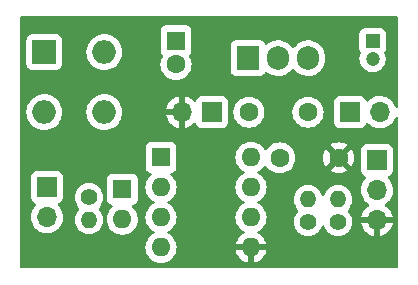
<source format=gbl>
%TF.GenerationSoftware,KiCad,Pcbnew,(6.0.0)*%
%TF.CreationDate,2022-01-15T23:56:29+13:00*%
%TF.ProjectId,DCC_PCB,4443435f-5043-4422-9e6b-696361645f70,rev?*%
%TF.SameCoordinates,Original*%
%TF.FileFunction,Copper,L2,Bot*%
%TF.FilePolarity,Positive*%
%FSLAX46Y46*%
G04 Gerber Fmt 4.6, Leading zero omitted, Abs format (unit mm)*
G04 Created by KiCad (PCBNEW (6.0.0)) date 2022-01-15 23:56:29*
%MOMM*%
%LPD*%
G01*
G04 APERTURE LIST*
%TA.AperFunction,ComponentPad*%
%ADD10R,1.700000X1.700000*%
%TD*%
%TA.AperFunction,ComponentPad*%
%ADD11O,1.700000X1.700000*%
%TD*%
%TA.AperFunction,ComponentPad*%
%ADD12C,1.400000*%
%TD*%
%TA.AperFunction,ComponentPad*%
%ADD13O,1.400000X1.400000*%
%TD*%
%TA.AperFunction,ComponentPad*%
%ADD14R,1.200000X1.200000*%
%TD*%
%TA.AperFunction,ComponentPad*%
%ADD15C,1.200000*%
%TD*%
%TA.AperFunction,ComponentPad*%
%ADD16C,1.600000*%
%TD*%
%TA.AperFunction,ComponentPad*%
%ADD17R,1.600000X1.600000*%
%TD*%
%TA.AperFunction,ComponentPad*%
%ADD18O,1.600000X1.600000*%
%TD*%
%TA.AperFunction,ComponentPad*%
%ADD19R,1.905000X2.000000*%
%TD*%
%TA.AperFunction,ComponentPad*%
%ADD20O,1.905000X2.000000*%
%TD*%
%TA.AperFunction,ComponentPad*%
%ADD21R,2.000000X2.000000*%
%TD*%
%TA.AperFunction,ComponentPad*%
%ADD22O,2.000000X2.000000*%
%TD*%
G04 APERTURE END LIST*
D10*
%TO.P,J4,1,Pin_1*%
%TO.N,+5V*%
X169672000Y-99568000D03*
D11*
%TO.P,J4,2,Pin_2*%
%TO.N,Net-(C2-Pad1)*%
X172212000Y-99568000D03*
%TD*%
D12*
%TO.P,R2,1*%
%TO.N,Net-(R2-Pad1)*%
X166116000Y-108855000D03*
D13*
%TO.P,R2,2*%
%TO.N,+5V*%
X166116000Y-106955000D03*
%TD*%
D14*
%TO.P,C2,1*%
%TO.N,Net-(C2-Pad1)*%
X171580000Y-93554401D03*
D15*
%TO.P,C2,2*%
%TO.N,Net-(C1-Pad2)*%
X171580000Y-95054401D03*
%TD*%
D16*
%TO.P,C3,1*%
%TO.N,Net-(C2-Pad1)*%
X166116000Y-99568000D03*
%TO.P,C3,2*%
%TO.N,Net-(C1-Pad2)*%
X161116000Y-99568000D03*
%TD*%
D17*
%TO.P,U2,1,NC*%
%TO.N,unconnected-(U2-Pad1)*%
X153670000Y-103388000D03*
D18*
%TO.P,U2,2,A*%
%TO.N,Net-(D2-Pad1)*%
X153670000Y-105928000D03*
%TO.P,U2,3,C*%
%TO.N,TRACK_B*%
X153670000Y-108468000D03*
%TO.P,U2,4*%
%TO.N,N/C*%
X153670000Y-111008000D03*
%TO.P,U2,5,GND*%
%TO.N,GND*%
X161290000Y-111008000D03*
%TO.P,U2,6,VO*%
%TO.N,DCC_DATA*%
X161290000Y-108468000D03*
%TO.P,U2,7,EN*%
%TO.N,Net-(R2-Pad1)*%
X161290000Y-105928000D03*
%TO.P,U2,8,VCC*%
%TO.N,+5V*%
X161290000Y-103388000D03*
%TD*%
D10*
%TO.P,J3,1,Pin_1*%
%TO.N,+5V*%
X171958000Y-103632000D03*
D11*
%TO.P,J3,2,Pin_2*%
%TO.N,DCC_DATA*%
X171958000Y-106172000D03*
%TO.P,J3,3,Pin_3*%
%TO.N,GND*%
X171958000Y-108712000D03*
%TD*%
D16*
%TO.P,C4,1*%
%TO.N,+5V*%
X163720000Y-103438000D03*
%TO.P,C4,2*%
%TO.N,GND*%
X168720000Y-103438000D03*
%TD*%
D17*
%TO.P,D2,1,K*%
%TO.N,Net-(D2-Pad1)*%
X150390000Y-106094686D03*
D18*
%TO.P,D2,2,A*%
%TO.N,TRACK_B*%
X150390000Y-108634686D03*
%TD*%
D19*
%TO.P,U1,1,VI*%
%TO.N,Net-(C1-Pad1)*%
X161036000Y-94996000D03*
D20*
%TO.P,U1,2,GND*%
%TO.N,Net-(C1-Pad2)*%
X163576000Y-94996000D03*
%TO.P,U1,3,VO*%
%TO.N,Net-(C2-Pad1)*%
X166116000Y-94996000D03*
%TD*%
D12*
%TO.P,R1,1*%
%TO.N,TRACK_A*%
X147574000Y-106791000D03*
D13*
%TO.P,R1,2*%
%TO.N,Net-(D2-Pad1)*%
X147574000Y-108691000D03*
%TD*%
D12*
%TO.P,R3,1*%
%TO.N,DCC_DATA*%
X168656000Y-108855000D03*
D13*
%TO.P,R3,2*%
%TO.N,+5V*%
X168656000Y-106955000D03*
%TD*%
D21*
%TO.P,D1,1,+*%
%TO.N,Net-(C1-Pad1)*%
X143787000Y-94483000D03*
D22*
%TO.P,D1,2*%
%TO.N,TRACK_B*%
X143787000Y-99563000D03*
%TO.P,D1,3,-*%
%TO.N,Net-(C1-Pad2)*%
X148867000Y-99563000D03*
%TO.P,D1,4*%
%TO.N,TRACK_A*%
X148867000Y-94483000D03*
%TD*%
D17*
%TO.P,C1,1*%
%TO.N,Net-(C1-Pad1)*%
X154940000Y-93532888D03*
D16*
%TO.P,C1,2*%
%TO.N,Net-(C1-Pad2)*%
X154940000Y-95532888D03*
%TD*%
D10*
%TO.P,J2,1,Pin_1*%
%TO.N,Net-(C1-Pad2)*%
X157988000Y-99568000D03*
D11*
%TO.P,J2,2,Pin_2*%
%TO.N,GND*%
X155448000Y-99568000D03*
%TD*%
D10*
%TO.P,J1,1,Pin_1*%
%TO.N,TRACK_A*%
X144018000Y-105918000D03*
D11*
%TO.P,J1,2,Pin_2*%
%TO.N,TRACK_B*%
X144018000Y-108458000D03*
%TD*%
%TA.AperFunction,Conductor*%
%TO.N,GND*%
G36*
X173678121Y-91460002D02*
G01*
X173724614Y-91513658D01*
X173736000Y-91566000D01*
X173736000Y-99060106D01*
X173715998Y-99128227D01*
X173662342Y-99174720D01*
X173592068Y-99184824D01*
X173527488Y-99155330D01*
X173494451Y-99110349D01*
X173415419Y-98928590D01*
X173413354Y-98923840D01*
X173292014Y-98736277D01*
X173141670Y-98571051D01*
X173137619Y-98567852D01*
X173137615Y-98567848D01*
X172970414Y-98435800D01*
X172970410Y-98435798D01*
X172966359Y-98432598D01*
X172958304Y-98428151D01*
X172914136Y-98403769D01*
X172770789Y-98324638D01*
X172765920Y-98322914D01*
X172765916Y-98322912D01*
X172565087Y-98251795D01*
X172565083Y-98251794D01*
X172560212Y-98250069D01*
X172555119Y-98249162D01*
X172555116Y-98249161D01*
X172345373Y-98211800D01*
X172345367Y-98211799D01*
X172340284Y-98210894D01*
X172266452Y-98209992D01*
X172122081Y-98208228D01*
X172122079Y-98208228D01*
X172116911Y-98208165D01*
X171896091Y-98241955D01*
X171683756Y-98311357D01*
X171485607Y-98414507D01*
X171481474Y-98417610D01*
X171481471Y-98417612D01*
X171376020Y-98496787D01*
X171306965Y-98548635D01*
X171228252Y-98631004D01*
X171226283Y-98633064D01*
X171164759Y-98668494D01*
X171093846Y-98665037D01*
X171036060Y-98623791D01*
X171017207Y-98590243D01*
X170975767Y-98479703D01*
X170972615Y-98471295D01*
X170885261Y-98354739D01*
X170768705Y-98267385D01*
X170632316Y-98216255D01*
X170570134Y-98209500D01*
X168773866Y-98209500D01*
X168711684Y-98216255D01*
X168575295Y-98267385D01*
X168458739Y-98354739D01*
X168371385Y-98471295D01*
X168320255Y-98607684D01*
X168313500Y-98669866D01*
X168313500Y-100466134D01*
X168320255Y-100528316D01*
X168371385Y-100664705D01*
X168458739Y-100781261D01*
X168575295Y-100868615D01*
X168711684Y-100919745D01*
X168773866Y-100926500D01*
X170570134Y-100926500D01*
X170632316Y-100919745D01*
X170768705Y-100868615D01*
X170885261Y-100781261D01*
X170972615Y-100664705D01*
X170994943Y-100605145D01*
X171016598Y-100547382D01*
X171059240Y-100490618D01*
X171125802Y-100465918D01*
X171195150Y-100481126D01*
X171229817Y-100509114D01*
X171258250Y-100541938D01*
X171430126Y-100684632D01*
X171623000Y-100797338D01*
X171627825Y-100799180D01*
X171627826Y-100799181D01*
X171700612Y-100826975D01*
X171831692Y-100877030D01*
X171836760Y-100878061D01*
X171836763Y-100878062D01*
X171931862Y-100897410D01*
X172050597Y-100921567D01*
X172055772Y-100921757D01*
X172055774Y-100921757D01*
X172268673Y-100929564D01*
X172268677Y-100929564D01*
X172273837Y-100929753D01*
X172278957Y-100929097D01*
X172278959Y-100929097D01*
X172490288Y-100902025D01*
X172490289Y-100902025D01*
X172495416Y-100901368D01*
X172500366Y-100899883D01*
X172704429Y-100838661D01*
X172704434Y-100838659D01*
X172709384Y-100837174D01*
X172909994Y-100738896D01*
X173091860Y-100609173D01*
X173123788Y-100577357D01*
X173235616Y-100465918D01*
X173250096Y-100451489D01*
X173281498Y-100407789D01*
X173377435Y-100274277D01*
X173380453Y-100270077D01*
X173388309Y-100254183D01*
X173477136Y-100074453D01*
X173477137Y-100074451D01*
X173479430Y-100069811D01*
X173489442Y-100036858D01*
X173528383Y-99977494D01*
X173593237Y-99948607D01*
X173663413Y-99959369D01*
X173716631Y-100006362D01*
X173736000Y-100073487D01*
X173736000Y-112650000D01*
X173715998Y-112718121D01*
X173662342Y-112764614D01*
X173610000Y-112776000D01*
X141858000Y-112776000D01*
X141789879Y-112755998D01*
X141743386Y-112702342D01*
X141732000Y-112650000D01*
X141732000Y-111008000D01*
X152356502Y-111008000D01*
X152376457Y-111236087D01*
X152377881Y-111241400D01*
X152377881Y-111241402D01*
X152387031Y-111275548D01*
X152435716Y-111457243D01*
X152438039Y-111462224D01*
X152438039Y-111462225D01*
X152530151Y-111659762D01*
X152530154Y-111659767D01*
X152532477Y-111664749D01*
X152663802Y-111852300D01*
X152825700Y-112014198D01*
X152830208Y-112017355D01*
X152830211Y-112017357D01*
X152887560Y-112057513D01*
X153013251Y-112145523D01*
X153018233Y-112147846D01*
X153018238Y-112147849D01*
X153187776Y-112226905D01*
X153220757Y-112242284D01*
X153226065Y-112243706D01*
X153226067Y-112243707D01*
X153436598Y-112300119D01*
X153436600Y-112300119D01*
X153441913Y-112301543D01*
X153670000Y-112321498D01*
X153898087Y-112301543D01*
X153903400Y-112300119D01*
X153903402Y-112300119D01*
X154113933Y-112243707D01*
X154113935Y-112243706D01*
X154119243Y-112242284D01*
X154152224Y-112226905D01*
X154321762Y-112147849D01*
X154321767Y-112147846D01*
X154326749Y-112145523D01*
X154452440Y-112057513D01*
X154509789Y-112017357D01*
X154509792Y-112017355D01*
X154514300Y-112014198D01*
X154676198Y-111852300D01*
X154807523Y-111664749D01*
X154809846Y-111659767D01*
X154809849Y-111659762D01*
X154901961Y-111462225D01*
X154901961Y-111462224D01*
X154904284Y-111457243D01*
X154952970Y-111275548D01*
X154953245Y-111274522D01*
X160007273Y-111274522D01*
X160054764Y-111451761D01*
X160058510Y-111462053D01*
X160150586Y-111659511D01*
X160156069Y-111669007D01*
X160281028Y-111847467D01*
X160288084Y-111855875D01*
X160442125Y-112009916D01*
X160450533Y-112016972D01*
X160628993Y-112141931D01*
X160638489Y-112147414D01*
X160835947Y-112239490D01*
X160846239Y-112243236D01*
X161018503Y-112289394D01*
X161032599Y-112289058D01*
X161036000Y-112281116D01*
X161036000Y-112275967D01*
X161544000Y-112275967D01*
X161547973Y-112289498D01*
X161556522Y-112290727D01*
X161733761Y-112243236D01*
X161744053Y-112239490D01*
X161941511Y-112147414D01*
X161951007Y-112141931D01*
X162129467Y-112016972D01*
X162137875Y-112009916D01*
X162291916Y-111855875D01*
X162298972Y-111847467D01*
X162423931Y-111669007D01*
X162429414Y-111659511D01*
X162521490Y-111462053D01*
X162525236Y-111451761D01*
X162571394Y-111279497D01*
X162571058Y-111265401D01*
X162563116Y-111262000D01*
X161562115Y-111262000D01*
X161546876Y-111266475D01*
X161545671Y-111267865D01*
X161544000Y-111275548D01*
X161544000Y-112275967D01*
X161036000Y-112275967D01*
X161036000Y-111280115D01*
X161031525Y-111264876D01*
X161030135Y-111263671D01*
X161022452Y-111262000D01*
X160022033Y-111262000D01*
X160008502Y-111265973D01*
X160007273Y-111274522D01*
X154953245Y-111274522D01*
X154962119Y-111241402D01*
X154962119Y-111241400D01*
X154963543Y-111236087D01*
X154983498Y-111008000D01*
X154963543Y-110779913D01*
X154904284Y-110558757D01*
X154809966Y-110356489D01*
X154809849Y-110356238D01*
X154809846Y-110356233D01*
X154807523Y-110351251D01*
X154676198Y-110163700D01*
X154514300Y-110001802D01*
X154509792Y-109998645D01*
X154509789Y-109998643D01*
X154407193Y-109926805D01*
X154326749Y-109870477D01*
X154321767Y-109868154D01*
X154321762Y-109868151D01*
X154287543Y-109852195D01*
X154234258Y-109805278D01*
X154214797Y-109737001D01*
X154235339Y-109669041D01*
X154287543Y-109623805D01*
X154321762Y-109607849D01*
X154321767Y-109607846D01*
X154326749Y-109605523D01*
X154478632Y-109499173D01*
X154509789Y-109477357D01*
X154509792Y-109477355D01*
X154514300Y-109474198D01*
X154676198Y-109312300D01*
X154686521Y-109297558D01*
X154804366Y-109129257D01*
X154807523Y-109124749D01*
X154809846Y-109119767D01*
X154809849Y-109119762D01*
X154901961Y-108922225D01*
X154901961Y-108922224D01*
X154904284Y-108917243D01*
X154918112Y-108865639D01*
X154962119Y-108701402D01*
X154962119Y-108701400D01*
X154963543Y-108696087D01*
X154983498Y-108468000D01*
X159976502Y-108468000D01*
X159996457Y-108696087D01*
X159997881Y-108701400D01*
X159997881Y-108701402D01*
X160041889Y-108865639D01*
X160055716Y-108917243D01*
X160058039Y-108922224D01*
X160058039Y-108922225D01*
X160150151Y-109119762D01*
X160150154Y-109119767D01*
X160152477Y-109124749D01*
X160155634Y-109129257D01*
X160273480Y-109297558D01*
X160283802Y-109312300D01*
X160445700Y-109474198D01*
X160450208Y-109477355D01*
X160450211Y-109477357D01*
X160481368Y-109499173D01*
X160633251Y-109605523D01*
X160638233Y-109607846D01*
X160638238Y-109607849D01*
X160673049Y-109624081D01*
X160726334Y-109670998D01*
X160745795Y-109739275D01*
X160725253Y-109807235D01*
X160673049Y-109852471D01*
X160638489Y-109868586D01*
X160628993Y-109874069D01*
X160450533Y-109999028D01*
X160442125Y-110006084D01*
X160288084Y-110160125D01*
X160281028Y-110168533D01*
X160156069Y-110346993D01*
X160150586Y-110356489D01*
X160058510Y-110553947D01*
X160054764Y-110564239D01*
X160008606Y-110736503D01*
X160008942Y-110750599D01*
X160016884Y-110754000D01*
X162557967Y-110754000D01*
X162571498Y-110750027D01*
X162572727Y-110741478D01*
X162525236Y-110564239D01*
X162521490Y-110553947D01*
X162429414Y-110356489D01*
X162423931Y-110346993D01*
X162298972Y-110168533D01*
X162291916Y-110160125D01*
X162137875Y-110006084D01*
X162129467Y-109999028D01*
X161951007Y-109874069D01*
X161941511Y-109868586D01*
X161906951Y-109852471D01*
X161853666Y-109805554D01*
X161834205Y-109737277D01*
X161854747Y-109669317D01*
X161906951Y-109624081D01*
X161941762Y-109607849D01*
X161941767Y-109607846D01*
X161946749Y-109605523D01*
X162098632Y-109499173D01*
X162129789Y-109477357D01*
X162129792Y-109477355D01*
X162134300Y-109474198D01*
X162296198Y-109312300D01*
X162306521Y-109297558D01*
X162424366Y-109129257D01*
X162427523Y-109124749D01*
X162429846Y-109119767D01*
X162429849Y-109119762D01*
X162521961Y-108922225D01*
X162521961Y-108922224D01*
X162524284Y-108917243D01*
X162538112Y-108865639D01*
X162540963Y-108855000D01*
X164902884Y-108855000D01*
X164921314Y-109065655D01*
X164922738Y-109070968D01*
X164922738Y-109070970D01*
X164934388Y-109114446D01*
X164976044Y-109269910D01*
X164978366Y-109274891D01*
X164978367Y-109274892D01*
X165053139Y-109435240D01*
X165065411Y-109461558D01*
X165186699Y-109634776D01*
X165336224Y-109784301D01*
X165509442Y-109905589D01*
X165514420Y-109907910D01*
X165514423Y-109907912D01*
X165600787Y-109948184D01*
X165701090Y-109994956D01*
X165706398Y-109996378D01*
X165706400Y-109996379D01*
X165900030Y-110048262D01*
X165900032Y-110048262D01*
X165905345Y-110049686D01*
X166116000Y-110068116D01*
X166326655Y-110049686D01*
X166331968Y-110048262D01*
X166331970Y-110048262D01*
X166525600Y-109996379D01*
X166525602Y-109996378D01*
X166530910Y-109994956D01*
X166631213Y-109948184D01*
X166717577Y-109907912D01*
X166717580Y-109907910D01*
X166722558Y-109905589D01*
X166895776Y-109784301D01*
X167045301Y-109634776D01*
X167166589Y-109461558D01*
X167178862Y-109435240D01*
X167253633Y-109274892D01*
X167253634Y-109274891D01*
X167255956Y-109269910D01*
X167264293Y-109238796D01*
X167301245Y-109178173D01*
X167365106Y-109147152D01*
X167435600Y-109155580D01*
X167490347Y-109200783D01*
X167507707Y-109238796D01*
X167516044Y-109269910D01*
X167518366Y-109274891D01*
X167518367Y-109274892D01*
X167593139Y-109435240D01*
X167605411Y-109461558D01*
X167726699Y-109634776D01*
X167876224Y-109784301D01*
X168049442Y-109905589D01*
X168054420Y-109907910D01*
X168054423Y-109907912D01*
X168140787Y-109948184D01*
X168241090Y-109994956D01*
X168246398Y-109996378D01*
X168246400Y-109996379D01*
X168440030Y-110048262D01*
X168440032Y-110048262D01*
X168445345Y-110049686D01*
X168656000Y-110068116D01*
X168866655Y-110049686D01*
X168871968Y-110048262D01*
X168871970Y-110048262D01*
X169065600Y-109996379D01*
X169065602Y-109996378D01*
X169070910Y-109994956D01*
X169171213Y-109948184D01*
X169257577Y-109907912D01*
X169257580Y-109907910D01*
X169262558Y-109905589D01*
X169435776Y-109784301D01*
X169585301Y-109634776D01*
X169706589Y-109461558D01*
X169718862Y-109435240D01*
X169793633Y-109274892D01*
X169793634Y-109274891D01*
X169795956Y-109269910D01*
X169837613Y-109114446D01*
X169849262Y-109070970D01*
X169849262Y-109070968D01*
X169850686Y-109065655D01*
X169858183Y-108979966D01*
X170626257Y-108979966D01*
X170656565Y-109114446D01*
X170659645Y-109124275D01*
X170739770Y-109321603D01*
X170744413Y-109330794D01*
X170855694Y-109512388D01*
X170861777Y-109520699D01*
X171001213Y-109681667D01*
X171008580Y-109688883D01*
X171172434Y-109824916D01*
X171180881Y-109830831D01*
X171364756Y-109938279D01*
X171374042Y-109942729D01*
X171573001Y-110018703D01*
X171582899Y-110021579D01*
X171686250Y-110042606D01*
X171700299Y-110041410D01*
X171704000Y-110031065D01*
X171704000Y-110030517D01*
X172212000Y-110030517D01*
X172216064Y-110044359D01*
X172229478Y-110046393D01*
X172236184Y-110045534D01*
X172246262Y-110043392D01*
X172450255Y-109982191D01*
X172459842Y-109978433D01*
X172651095Y-109884739D01*
X172659945Y-109879464D01*
X172833328Y-109755792D01*
X172841200Y-109749139D01*
X172992052Y-109598812D01*
X172998730Y-109590965D01*
X173123003Y-109418020D01*
X173128313Y-109409183D01*
X173222670Y-109218267D01*
X173226469Y-109208672D01*
X173288377Y-109004910D01*
X173290555Y-108994837D01*
X173291986Y-108983962D01*
X173289775Y-108969778D01*
X173276617Y-108966000D01*
X172230115Y-108966000D01*
X172214876Y-108970475D01*
X172213671Y-108971865D01*
X172212000Y-108979548D01*
X172212000Y-110030517D01*
X171704000Y-110030517D01*
X171704000Y-108984115D01*
X171699525Y-108968876D01*
X171698135Y-108967671D01*
X171690452Y-108966000D01*
X170641225Y-108966000D01*
X170627694Y-108969973D01*
X170626257Y-108979966D01*
X169858183Y-108979966D01*
X169869116Y-108855000D01*
X169850686Y-108644345D01*
X169805318Y-108475030D01*
X169797379Y-108445400D01*
X169797378Y-108445398D01*
X169795956Y-108440090D01*
X169793633Y-108435108D01*
X169708912Y-108253423D01*
X169708910Y-108253420D01*
X169706589Y-108248442D01*
X169585301Y-108075224D01*
X169504172Y-107994095D01*
X169470146Y-107931783D01*
X169475211Y-107860968D01*
X169504172Y-107815905D01*
X169585301Y-107734776D01*
X169706589Y-107561558D01*
X169710058Y-107554120D01*
X169793633Y-107374892D01*
X169793634Y-107374891D01*
X169795956Y-107369910D01*
X169801706Y-107348453D01*
X169849262Y-107170970D01*
X169849262Y-107170968D01*
X169850686Y-107165655D01*
X169869116Y-106955000D01*
X169850686Y-106744345D01*
X169833030Y-106678453D01*
X169797379Y-106545400D01*
X169797378Y-106545398D01*
X169795956Y-106540090D01*
X169758642Y-106460069D01*
X169708912Y-106353423D01*
X169708910Y-106353420D01*
X169706589Y-106348442D01*
X169585301Y-106175224D01*
X169548772Y-106138695D01*
X170595251Y-106138695D01*
X170595548Y-106143848D01*
X170595548Y-106143851D01*
X170601011Y-106238590D01*
X170608110Y-106361715D01*
X170657222Y-106579639D01*
X170741266Y-106786616D01*
X170743965Y-106791020D01*
X170847807Y-106960475D01*
X170857987Y-106977088D01*
X171004250Y-107145938D01*
X171176126Y-107288632D01*
X171234252Y-107322598D01*
X171249955Y-107331774D01*
X171298679Y-107383412D01*
X171311750Y-107453195D01*
X171285019Y-107518967D01*
X171244562Y-107552327D01*
X171236457Y-107556546D01*
X171227738Y-107562036D01*
X171057433Y-107689905D01*
X171049726Y-107696748D01*
X170902590Y-107850717D01*
X170896104Y-107858727D01*
X170776098Y-108034649D01*
X170771000Y-108043623D01*
X170681338Y-108236783D01*
X170677775Y-108246470D01*
X170622389Y-108446183D01*
X170623912Y-108454607D01*
X170636292Y-108458000D01*
X173276344Y-108458000D01*
X173289875Y-108454027D01*
X173291180Y-108444947D01*
X173249214Y-108277875D01*
X173245894Y-108268124D01*
X173160972Y-108072814D01*
X173156105Y-108063739D01*
X173040426Y-107884926D01*
X173034136Y-107876757D01*
X172890806Y-107719240D01*
X172883273Y-107712215D01*
X172716139Y-107580222D01*
X172707556Y-107574520D01*
X172670602Y-107554120D01*
X172620631Y-107503687D01*
X172605859Y-107434245D01*
X172630975Y-107367839D01*
X172658327Y-107341232D01*
X172709814Y-107304507D01*
X172837860Y-107213173D01*
X172845149Y-107205910D01*
X172992435Y-107059137D01*
X172996096Y-107055489D01*
X173020239Y-107021891D01*
X173123435Y-106878277D01*
X173126453Y-106874077D01*
X173178984Y-106767789D01*
X173223136Y-106678453D01*
X173223137Y-106678451D01*
X173225430Y-106673811D01*
X173290370Y-106460069D01*
X173319529Y-106238590D01*
X173319611Y-106235240D01*
X173321074Y-106175365D01*
X173321074Y-106175361D01*
X173321156Y-106172000D01*
X173302852Y-105949361D01*
X173248431Y-105732702D01*
X173159354Y-105527840D01*
X173038014Y-105340277D01*
X173034532Y-105336450D01*
X172890798Y-105178488D01*
X172859746Y-105114642D01*
X172868141Y-105044143D01*
X172913317Y-104989375D01*
X172939761Y-104975706D01*
X173046297Y-104935767D01*
X173054705Y-104932615D01*
X173171261Y-104845261D01*
X173258615Y-104728705D01*
X173309745Y-104592316D01*
X173316500Y-104530134D01*
X173316500Y-102733866D01*
X173309745Y-102671684D01*
X173258615Y-102535295D01*
X173171261Y-102418739D01*
X173054705Y-102331385D01*
X172918316Y-102280255D01*
X172856134Y-102273500D01*
X171059866Y-102273500D01*
X170997684Y-102280255D01*
X170861295Y-102331385D01*
X170744739Y-102418739D01*
X170657385Y-102535295D01*
X170606255Y-102671684D01*
X170599500Y-102733866D01*
X170599500Y-104530134D01*
X170606255Y-104592316D01*
X170657385Y-104728705D01*
X170744739Y-104845261D01*
X170861295Y-104932615D01*
X170869704Y-104935767D01*
X170869705Y-104935768D01*
X170978451Y-104976535D01*
X171035216Y-105019176D01*
X171059916Y-105085738D01*
X171044709Y-105155087D01*
X171025316Y-105181568D01*
X170898629Y-105314138D01*
X170772743Y-105498680D01*
X170678688Y-105701305D01*
X170618989Y-105916570D01*
X170618440Y-105921707D01*
X170617456Y-105930913D01*
X170595251Y-106138695D01*
X169548772Y-106138695D01*
X169435776Y-106025699D01*
X169262558Y-105904411D01*
X169257580Y-105902090D01*
X169257577Y-105902088D01*
X169075892Y-105817367D01*
X169075891Y-105817366D01*
X169070910Y-105815044D01*
X169065602Y-105813622D01*
X169065600Y-105813621D01*
X168871970Y-105761738D01*
X168871968Y-105761738D01*
X168866655Y-105760314D01*
X168656000Y-105741884D01*
X168445345Y-105760314D01*
X168440032Y-105761738D01*
X168440030Y-105761738D01*
X168246400Y-105813621D01*
X168246398Y-105813622D01*
X168241090Y-105815044D01*
X168236109Y-105817366D01*
X168236108Y-105817367D01*
X168054423Y-105902088D01*
X168054420Y-105902090D01*
X168049442Y-105904411D01*
X167876224Y-106025699D01*
X167726699Y-106175224D01*
X167605411Y-106348442D01*
X167603090Y-106353420D01*
X167603088Y-106353423D01*
X167553358Y-106460069D01*
X167516044Y-106540090D01*
X167514622Y-106545398D01*
X167514621Y-106545400D01*
X167507707Y-106571204D01*
X167470755Y-106631827D01*
X167406894Y-106662848D01*
X167336400Y-106654420D01*
X167281653Y-106609217D01*
X167264293Y-106571204D01*
X167257379Y-106545400D01*
X167257378Y-106545398D01*
X167255956Y-106540090D01*
X167218642Y-106460069D01*
X167168912Y-106353423D01*
X167168910Y-106353420D01*
X167166589Y-106348442D01*
X167045301Y-106175224D01*
X166895776Y-106025699D01*
X166722558Y-105904411D01*
X166717580Y-105902090D01*
X166717577Y-105902088D01*
X166535892Y-105817367D01*
X166535891Y-105817366D01*
X166530910Y-105815044D01*
X166525602Y-105813622D01*
X166525600Y-105813621D01*
X166331970Y-105761738D01*
X166331968Y-105761738D01*
X166326655Y-105760314D01*
X166116000Y-105741884D01*
X165905345Y-105760314D01*
X165900032Y-105761738D01*
X165900030Y-105761738D01*
X165706400Y-105813621D01*
X165706398Y-105813622D01*
X165701090Y-105815044D01*
X165696109Y-105817366D01*
X165696108Y-105817367D01*
X165514423Y-105902088D01*
X165514420Y-105902090D01*
X165509442Y-105904411D01*
X165336224Y-106025699D01*
X165186699Y-106175224D01*
X165065411Y-106348442D01*
X165063090Y-106353420D01*
X165063088Y-106353423D01*
X165013358Y-106460069D01*
X164976044Y-106540090D01*
X164974622Y-106545398D01*
X164974621Y-106545400D01*
X164938970Y-106678453D01*
X164921314Y-106744345D01*
X164902884Y-106955000D01*
X164921314Y-107165655D01*
X164922738Y-107170968D01*
X164922738Y-107170970D01*
X164970295Y-107348453D01*
X164976044Y-107369910D01*
X164978366Y-107374891D01*
X164978367Y-107374892D01*
X165061943Y-107554120D01*
X165065411Y-107561558D01*
X165186699Y-107734776D01*
X165267828Y-107815905D01*
X165301854Y-107878217D01*
X165296789Y-107949032D01*
X165267828Y-107994095D01*
X165186699Y-108075224D01*
X165065411Y-108248442D01*
X165063090Y-108253420D01*
X165063088Y-108253423D01*
X164978367Y-108435108D01*
X164976044Y-108440090D01*
X164974622Y-108445398D01*
X164974621Y-108445400D01*
X164966682Y-108475030D01*
X164921314Y-108644345D01*
X164902884Y-108855000D01*
X162540963Y-108855000D01*
X162582119Y-108701402D01*
X162582119Y-108701400D01*
X162583543Y-108696087D01*
X162603498Y-108468000D01*
X162583543Y-108239913D01*
X162582119Y-108234598D01*
X162525707Y-108024067D01*
X162525706Y-108024065D01*
X162524284Y-108018757D01*
X162507575Y-107982924D01*
X162429849Y-107816238D01*
X162429846Y-107816233D01*
X162427523Y-107811251D01*
X162342555Y-107689905D01*
X162299357Y-107628211D01*
X162299355Y-107628208D01*
X162296198Y-107623700D01*
X162134300Y-107461802D01*
X162129792Y-107458645D01*
X162129789Y-107458643D01*
X162010180Y-107374892D01*
X161946749Y-107330477D01*
X161941767Y-107328154D01*
X161941762Y-107328151D01*
X161907543Y-107312195D01*
X161854258Y-107265278D01*
X161834797Y-107197001D01*
X161855339Y-107129041D01*
X161907543Y-107083805D01*
X161941762Y-107067849D01*
X161941767Y-107067846D01*
X161946749Y-107065523D01*
X162112411Y-106949525D01*
X162129789Y-106937357D01*
X162129792Y-106937355D01*
X162134300Y-106934198D01*
X162296198Y-106772300D01*
X162315773Y-106744345D01*
X162378739Y-106654420D01*
X162427523Y-106584749D01*
X162429846Y-106579767D01*
X162429849Y-106579762D01*
X162521961Y-106382225D01*
X162521961Y-106382224D01*
X162524284Y-106377243D01*
X162533209Y-106343937D01*
X162582119Y-106161402D01*
X162582119Y-106161400D01*
X162583543Y-106156087D01*
X162603498Y-105928000D01*
X162583543Y-105699913D01*
X162571071Y-105653367D01*
X162525707Y-105484067D01*
X162525706Y-105484065D01*
X162524284Y-105478757D01*
X162461734Y-105344617D01*
X162429849Y-105276238D01*
X162429846Y-105276233D01*
X162427523Y-105271251D01*
X162296198Y-105083700D01*
X162134300Y-104921802D01*
X162129792Y-104918645D01*
X162129789Y-104918643D01*
X162030981Y-104849457D01*
X161946749Y-104790477D01*
X161941767Y-104788154D01*
X161941762Y-104788151D01*
X161907543Y-104772195D01*
X161854258Y-104725278D01*
X161834797Y-104657001D01*
X161855339Y-104589041D01*
X161907543Y-104543805D01*
X161941762Y-104527849D01*
X161941767Y-104527846D01*
X161946749Y-104525523D01*
X162088458Y-104426297D01*
X162129789Y-104397357D01*
X162129792Y-104397355D01*
X162134300Y-104394198D01*
X162296198Y-104232300D01*
X162299357Y-104227789D01*
X162384282Y-104106504D01*
X162439739Y-104062176D01*
X162510359Y-104054867D01*
X162573719Y-104086898D01*
X162590708Y-104106504D01*
X162683855Y-104239531D01*
X162713802Y-104282300D01*
X162875700Y-104444198D01*
X162880208Y-104447355D01*
X162880211Y-104447357D01*
X162958389Y-104502098D01*
X163063251Y-104575523D01*
X163068233Y-104577846D01*
X163068238Y-104577849D01*
X163242267Y-104658999D01*
X163270757Y-104672284D01*
X163276065Y-104673706D01*
X163276067Y-104673707D01*
X163486598Y-104730119D01*
X163486600Y-104730119D01*
X163491913Y-104731543D01*
X163720000Y-104751498D01*
X163948087Y-104731543D01*
X163953400Y-104730119D01*
X163953402Y-104730119D01*
X164163933Y-104673707D01*
X164163935Y-104673706D01*
X164169243Y-104672284D01*
X164197733Y-104658999D01*
X164371762Y-104577849D01*
X164371767Y-104577846D01*
X164376749Y-104575523D01*
X164450243Y-104524062D01*
X167998493Y-104524062D01*
X168007789Y-104536077D01*
X168058994Y-104571931D01*
X168068489Y-104577414D01*
X168265947Y-104669490D01*
X168276239Y-104673236D01*
X168486688Y-104729625D01*
X168497481Y-104731528D01*
X168714525Y-104750517D01*
X168725475Y-104750517D01*
X168942519Y-104731528D01*
X168953312Y-104729625D01*
X169163761Y-104673236D01*
X169174053Y-104669490D01*
X169371511Y-104577414D01*
X169381006Y-104571931D01*
X169433048Y-104535491D01*
X169441424Y-104525012D01*
X169434356Y-104511566D01*
X168732812Y-103810022D01*
X168718868Y-103802408D01*
X168717035Y-103802539D01*
X168710420Y-103806790D01*
X168004923Y-104512287D01*
X167998493Y-104524062D01*
X164450243Y-104524062D01*
X164481611Y-104502098D01*
X164559789Y-104447357D01*
X164559792Y-104447355D01*
X164564300Y-104444198D01*
X164726198Y-104282300D01*
X164760917Y-104232717D01*
X164854366Y-104099257D01*
X164857523Y-104094749D01*
X164859846Y-104089767D01*
X164859849Y-104089762D01*
X164951961Y-103892225D01*
X164951961Y-103892224D01*
X164954284Y-103887243D01*
X164969105Y-103831933D01*
X165012119Y-103671402D01*
X165012119Y-103671400D01*
X165013543Y-103666087D01*
X165033019Y-103443475D01*
X167407483Y-103443475D01*
X167426472Y-103660519D01*
X167428375Y-103671312D01*
X167484764Y-103881761D01*
X167488510Y-103892053D01*
X167580586Y-104089511D01*
X167586069Y-104099006D01*
X167622509Y-104151048D01*
X167632988Y-104159424D01*
X167646434Y-104152356D01*
X168347978Y-103450812D01*
X168354356Y-103439132D01*
X169084408Y-103439132D01*
X169084539Y-103440965D01*
X169088790Y-103447580D01*
X169794287Y-104153077D01*
X169806062Y-104159507D01*
X169818077Y-104150211D01*
X169853931Y-104099006D01*
X169859414Y-104089511D01*
X169951490Y-103892053D01*
X169955236Y-103881761D01*
X170011625Y-103671312D01*
X170013528Y-103660519D01*
X170032517Y-103443475D01*
X170032517Y-103432525D01*
X170013528Y-103215481D01*
X170011625Y-103204688D01*
X169955236Y-102994239D01*
X169951490Y-102983947D01*
X169859414Y-102786489D01*
X169853931Y-102776994D01*
X169817491Y-102724952D01*
X169807012Y-102716576D01*
X169793566Y-102723644D01*
X169092022Y-103425188D01*
X169084408Y-103439132D01*
X168354356Y-103439132D01*
X168355592Y-103436868D01*
X168355461Y-103435035D01*
X168351210Y-103428420D01*
X167645713Y-102722923D01*
X167633938Y-102716493D01*
X167621923Y-102725789D01*
X167586069Y-102776994D01*
X167580586Y-102786489D01*
X167488510Y-102983947D01*
X167484764Y-102994239D01*
X167428375Y-103204688D01*
X167426472Y-103215481D01*
X167407483Y-103432525D01*
X167407483Y-103443475D01*
X165033019Y-103443475D01*
X165033498Y-103438000D01*
X165013543Y-103209913D01*
X165001614Y-103165393D01*
X164955707Y-102994067D01*
X164955706Y-102994065D01*
X164954284Y-102988757D01*
X164928646Y-102933775D01*
X164859849Y-102786238D01*
X164859846Y-102786233D01*
X164857523Y-102781251D01*
X164726198Y-102593700D01*
X164564300Y-102431802D01*
X164559792Y-102428645D01*
X164559789Y-102428643D01*
X164448886Y-102350988D01*
X167998576Y-102350988D01*
X168005644Y-102364434D01*
X168707188Y-103065978D01*
X168721132Y-103073592D01*
X168722965Y-103073461D01*
X168729580Y-103069210D01*
X169435077Y-102363713D01*
X169441507Y-102351938D01*
X169432211Y-102339923D01*
X169381006Y-102304069D01*
X169371511Y-102298586D01*
X169174053Y-102206510D01*
X169163761Y-102202764D01*
X168953312Y-102146375D01*
X168942519Y-102144472D01*
X168725475Y-102125483D01*
X168714525Y-102125483D01*
X168497481Y-102144472D01*
X168486688Y-102146375D01*
X168276239Y-102202764D01*
X168265947Y-102206510D01*
X168068489Y-102298586D01*
X168058994Y-102304069D01*
X168006952Y-102340509D01*
X167998576Y-102350988D01*
X164448886Y-102350988D01*
X164433920Y-102340509D01*
X164376749Y-102300477D01*
X164371767Y-102298154D01*
X164371762Y-102298151D01*
X164174225Y-102206039D01*
X164174224Y-102206039D01*
X164169243Y-102203716D01*
X164163935Y-102202294D01*
X164163933Y-102202293D01*
X163953402Y-102145881D01*
X163953400Y-102145881D01*
X163948087Y-102144457D01*
X163720000Y-102124502D01*
X163491913Y-102144457D01*
X163486600Y-102145881D01*
X163486598Y-102145881D01*
X163276067Y-102202293D01*
X163276065Y-102202294D01*
X163270757Y-102203716D01*
X163265776Y-102206039D01*
X163265775Y-102206039D01*
X163068238Y-102298151D01*
X163068233Y-102298154D01*
X163063251Y-102300477D01*
X163006080Y-102340509D01*
X162880211Y-102428643D01*
X162880208Y-102428645D01*
X162875700Y-102431802D01*
X162713802Y-102593700D01*
X162710645Y-102598208D01*
X162710643Y-102598211D01*
X162625718Y-102719496D01*
X162570261Y-102763824D01*
X162499641Y-102771133D01*
X162436281Y-102739102D01*
X162419292Y-102719496D01*
X162299357Y-102548211D01*
X162299355Y-102548208D01*
X162296198Y-102543700D01*
X162134300Y-102381802D01*
X162129792Y-102378645D01*
X162129789Y-102378643D01*
X162018156Y-102300477D01*
X161946749Y-102250477D01*
X161941767Y-102248154D01*
X161941762Y-102248151D01*
X161744225Y-102156039D01*
X161744224Y-102156039D01*
X161739243Y-102153716D01*
X161733935Y-102152294D01*
X161733933Y-102152293D01*
X161523402Y-102095881D01*
X161523400Y-102095881D01*
X161518087Y-102094457D01*
X161290000Y-102074502D01*
X161061913Y-102094457D01*
X161056600Y-102095881D01*
X161056598Y-102095881D01*
X160846067Y-102152293D01*
X160846065Y-102152294D01*
X160840757Y-102153716D01*
X160835776Y-102156039D01*
X160835775Y-102156039D01*
X160638238Y-102248151D01*
X160638233Y-102248154D01*
X160633251Y-102250477D01*
X160561844Y-102300477D01*
X160450211Y-102378643D01*
X160450208Y-102378645D01*
X160445700Y-102381802D01*
X160283802Y-102543700D01*
X160280645Y-102548208D01*
X160280643Y-102548211D01*
X160245633Y-102598211D01*
X160152477Y-102731251D01*
X160150154Y-102736233D01*
X160150151Y-102736238D01*
X160126836Y-102786238D01*
X160055716Y-102938757D01*
X160054294Y-102944065D01*
X160054293Y-102944067D01*
X160021627Y-103065978D01*
X159996457Y-103159913D01*
X159976502Y-103388000D01*
X159996457Y-103616087D01*
X159997881Y-103621400D01*
X159997881Y-103621402D01*
X160011255Y-103671312D01*
X160055716Y-103837243D01*
X160058039Y-103842224D01*
X160058039Y-103842225D01*
X160150151Y-104039762D01*
X160150154Y-104039767D01*
X160152477Y-104044749D01*
X160225902Y-104149611D01*
X160232774Y-104159424D01*
X160283802Y-104232300D01*
X160445700Y-104394198D01*
X160450208Y-104397355D01*
X160450211Y-104397357D01*
X160491542Y-104426297D01*
X160633251Y-104525523D01*
X160638233Y-104527846D01*
X160638238Y-104527849D01*
X160672457Y-104543805D01*
X160725742Y-104590722D01*
X160745203Y-104658999D01*
X160724661Y-104726959D01*
X160672457Y-104772195D01*
X160638238Y-104788151D01*
X160638233Y-104788154D01*
X160633251Y-104790477D01*
X160549019Y-104849457D01*
X160450211Y-104918643D01*
X160450208Y-104918645D01*
X160445700Y-104921802D01*
X160283802Y-105083700D01*
X160152477Y-105271251D01*
X160150154Y-105276233D01*
X160150151Y-105276238D01*
X160118266Y-105344617D01*
X160055716Y-105478757D01*
X160054294Y-105484065D01*
X160054293Y-105484067D01*
X160008929Y-105653367D01*
X159996457Y-105699913D01*
X159976502Y-105928000D01*
X159996457Y-106156087D01*
X159997881Y-106161400D01*
X159997881Y-106161402D01*
X160046792Y-106343937D01*
X160055716Y-106377243D01*
X160058039Y-106382224D01*
X160058039Y-106382225D01*
X160150151Y-106579762D01*
X160150154Y-106579767D01*
X160152477Y-106584749D01*
X160201261Y-106654420D01*
X160264228Y-106744345D01*
X160283802Y-106772300D01*
X160445700Y-106934198D01*
X160450208Y-106937355D01*
X160450211Y-106937357D01*
X160467589Y-106949525D01*
X160633251Y-107065523D01*
X160638233Y-107067846D01*
X160638238Y-107067849D01*
X160672457Y-107083805D01*
X160725742Y-107130722D01*
X160745203Y-107198999D01*
X160724661Y-107266959D01*
X160672457Y-107312195D01*
X160638238Y-107328151D01*
X160638233Y-107328154D01*
X160633251Y-107330477D01*
X160569820Y-107374892D01*
X160450211Y-107458643D01*
X160450208Y-107458645D01*
X160445700Y-107461802D01*
X160283802Y-107623700D01*
X160280645Y-107628208D01*
X160280643Y-107628211D01*
X160237445Y-107689905D01*
X160152477Y-107811251D01*
X160150154Y-107816233D01*
X160150151Y-107816238D01*
X160072425Y-107982924D01*
X160055716Y-108018757D01*
X160054294Y-108024065D01*
X160054293Y-108024067D01*
X159997881Y-108234598D01*
X159996457Y-108239913D01*
X159976502Y-108468000D01*
X154983498Y-108468000D01*
X154963543Y-108239913D01*
X154962119Y-108234598D01*
X154905707Y-108024067D01*
X154905706Y-108024065D01*
X154904284Y-108018757D01*
X154887575Y-107982924D01*
X154809849Y-107816238D01*
X154809846Y-107816233D01*
X154807523Y-107811251D01*
X154722555Y-107689905D01*
X154679357Y-107628211D01*
X154679355Y-107628208D01*
X154676198Y-107623700D01*
X154514300Y-107461802D01*
X154509792Y-107458645D01*
X154509789Y-107458643D01*
X154390180Y-107374892D01*
X154326749Y-107330477D01*
X154321767Y-107328154D01*
X154321762Y-107328151D01*
X154287543Y-107312195D01*
X154234258Y-107265278D01*
X154214797Y-107197001D01*
X154235339Y-107129041D01*
X154287543Y-107083805D01*
X154321762Y-107067849D01*
X154321767Y-107067846D01*
X154326749Y-107065523D01*
X154492411Y-106949525D01*
X154509789Y-106937357D01*
X154509792Y-106937355D01*
X154514300Y-106934198D01*
X154676198Y-106772300D01*
X154695773Y-106744345D01*
X154758739Y-106654420D01*
X154807523Y-106584749D01*
X154809846Y-106579767D01*
X154809849Y-106579762D01*
X154901961Y-106382225D01*
X154901961Y-106382224D01*
X154904284Y-106377243D01*
X154913209Y-106343937D01*
X154962119Y-106161402D01*
X154962119Y-106161400D01*
X154963543Y-106156087D01*
X154983498Y-105928000D01*
X154963543Y-105699913D01*
X154951071Y-105653367D01*
X154905707Y-105484067D01*
X154905706Y-105484065D01*
X154904284Y-105478757D01*
X154841734Y-105344617D01*
X154809849Y-105276238D01*
X154809846Y-105276233D01*
X154807523Y-105271251D01*
X154676198Y-105083700D01*
X154514300Y-104921802D01*
X154509789Y-104918643D01*
X154505576Y-104915108D01*
X154506527Y-104913974D01*
X154466529Y-104863929D01*
X154459224Y-104793310D01*
X154491258Y-104729951D01*
X154552462Y-104693970D01*
X154569517Y-104690918D01*
X154580316Y-104689745D01*
X154716705Y-104638615D01*
X154833261Y-104551261D01*
X154920615Y-104434705D01*
X154971745Y-104298316D01*
X154978500Y-104236134D01*
X154978500Y-102539866D01*
X154971745Y-102477684D01*
X154920615Y-102341295D01*
X154833261Y-102224739D01*
X154716705Y-102137385D01*
X154580316Y-102086255D01*
X154518134Y-102079500D01*
X152821866Y-102079500D01*
X152759684Y-102086255D01*
X152623295Y-102137385D01*
X152506739Y-102224739D01*
X152419385Y-102341295D01*
X152368255Y-102477684D01*
X152361500Y-102539866D01*
X152361500Y-104236134D01*
X152368255Y-104298316D01*
X152419385Y-104434705D01*
X152506739Y-104551261D01*
X152623295Y-104638615D01*
X152759684Y-104689745D01*
X152770474Y-104690917D01*
X152772606Y-104691803D01*
X152775222Y-104692425D01*
X152775121Y-104692848D01*
X152836035Y-104718155D01*
X152876463Y-104776517D01*
X152878922Y-104847471D01*
X152842629Y-104908490D01*
X152833969Y-104915489D01*
X152830207Y-104918646D01*
X152825700Y-104921802D01*
X152663802Y-105083700D01*
X152532477Y-105271251D01*
X152530154Y-105276233D01*
X152530151Y-105276238D01*
X152498266Y-105344617D01*
X152435716Y-105478757D01*
X152434294Y-105484065D01*
X152434293Y-105484067D01*
X152388929Y-105653367D01*
X152376457Y-105699913D01*
X152356502Y-105928000D01*
X152376457Y-106156087D01*
X152377881Y-106161400D01*
X152377881Y-106161402D01*
X152426792Y-106343937D01*
X152435716Y-106377243D01*
X152438039Y-106382224D01*
X152438039Y-106382225D01*
X152530151Y-106579762D01*
X152530154Y-106579767D01*
X152532477Y-106584749D01*
X152581261Y-106654420D01*
X152644228Y-106744345D01*
X152663802Y-106772300D01*
X152825700Y-106934198D01*
X152830208Y-106937355D01*
X152830211Y-106937357D01*
X152847589Y-106949525D01*
X153013251Y-107065523D01*
X153018233Y-107067846D01*
X153018238Y-107067849D01*
X153052457Y-107083805D01*
X153105742Y-107130722D01*
X153125203Y-107198999D01*
X153104661Y-107266959D01*
X153052457Y-107312195D01*
X153018238Y-107328151D01*
X153018233Y-107328154D01*
X153013251Y-107330477D01*
X152949820Y-107374892D01*
X152830211Y-107458643D01*
X152830208Y-107458645D01*
X152825700Y-107461802D01*
X152663802Y-107623700D01*
X152660645Y-107628208D01*
X152660643Y-107628211D01*
X152617445Y-107689905D01*
X152532477Y-107811251D01*
X152530154Y-107816233D01*
X152530151Y-107816238D01*
X152452425Y-107982924D01*
X152435716Y-108018757D01*
X152434294Y-108024065D01*
X152434293Y-108024067D01*
X152377881Y-108234598D01*
X152376457Y-108239913D01*
X152356502Y-108468000D01*
X152376457Y-108696087D01*
X152377881Y-108701400D01*
X152377881Y-108701402D01*
X152421889Y-108865639D01*
X152435716Y-108917243D01*
X152438039Y-108922224D01*
X152438039Y-108922225D01*
X152530151Y-109119762D01*
X152530154Y-109119767D01*
X152532477Y-109124749D01*
X152535634Y-109129257D01*
X152653480Y-109297558D01*
X152663802Y-109312300D01*
X152825700Y-109474198D01*
X152830208Y-109477355D01*
X152830211Y-109477357D01*
X152861368Y-109499173D01*
X153013251Y-109605523D01*
X153018233Y-109607846D01*
X153018238Y-109607849D01*
X153052457Y-109623805D01*
X153105742Y-109670722D01*
X153125203Y-109738999D01*
X153104661Y-109806959D01*
X153052457Y-109852195D01*
X153018238Y-109868151D01*
X153018233Y-109868154D01*
X153013251Y-109870477D01*
X152932807Y-109926805D01*
X152830211Y-109998643D01*
X152830208Y-109998645D01*
X152825700Y-110001802D01*
X152663802Y-110163700D01*
X152532477Y-110351251D01*
X152530154Y-110356233D01*
X152530151Y-110356238D01*
X152530034Y-110356489D01*
X152435716Y-110558757D01*
X152376457Y-110779913D01*
X152356502Y-111008000D01*
X141732000Y-111008000D01*
X141732000Y-110996444D01*
X141732415Y-110986229D01*
X141736126Y-110940600D01*
X141736308Y-110938366D01*
X141736896Y-110882176D01*
X141732228Y-110804747D01*
X141732000Y-110797165D01*
X141732000Y-108424695D01*
X142655251Y-108424695D01*
X142655548Y-108429848D01*
X142655548Y-108429851D01*
X142661011Y-108524590D01*
X142668110Y-108647715D01*
X142669247Y-108652761D01*
X142669248Y-108652767D01*
X142680209Y-108701402D01*
X142717222Y-108865639D01*
X142801266Y-109072616D01*
X142826899Y-109114446D01*
X142879807Y-109200783D01*
X142917987Y-109263088D01*
X143064250Y-109431938D01*
X143236126Y-109574632D01*
X143429000Y-109687338D01*
X143433825Y-109689180D01*
X143433826Y-109689181D01*
X143480068Y-109706839D01*
X143637692Y-109767030D01*
X143642760Y-109768061D01*
X143642763Y-109768062D01*
X143708804Y-109781498D01*
X143856597Y-109811567D01*
X143861772Y-109811757D01*
X143861774Y-109811757D01*
X144074673Y-109819564D01*
X144074677Y-109819564D01*
X144079837Y-109819753D01*
X144084957Y-109819097D01*
X144084959Y-109819097D01*
X144296288Y-109792025D01*
X144296289Y-109792025D01*
X144301416Y-109791368D01*
X144314442Y-109787460D01*
X144510429Y-109728661D01*
X144510434Y-109728659D01*
X144515384Y-109727174D01*
X144715994Y-109628896D01*
X144897860Y-109499173D01*
X144919753Y-109477357D01*
X144996211Y-109401165D01*
X145056096Y-109341489D01*
X145070386Y-109321603D01*
X145183435Y-109164277D01*
X145186453Y-109160077D01*
X145204148Y-109124275D01*
X145283136Y-108964453D01*
X145283137Y-108964451D01*
X145285430Y-108959811D01*
X145350370Y-108746069D01*
X145357620Y-108691000D01*
X146360884Y-108691000D01*
X146379314Y-108901655D01*
X146380738Y-108906968D01*
X146380738Y-108906970D01*
X146397568Y-108969778D01*
X146434044Y-109105910D01*
X146436366Y-109110891D01*
X146436367Y-109110892D01*
X146520556Y-109291435D01*
X146523411Y-109297558D01*
X146644699Y-109470776D01*
X146794224Y-109620301D01*
X146967442Y-109741589D01*
X146972420Y-109743910D01*
X146972423Y-109743912D01*
X147135065Y-109819753D01*
X147159090Y-109830956D01*
X147164398Y-109832378D01*
X147164400Y-109832379D01*
X147358030Y-109884262D01*
X147358032Y-109884262D01*
X147363345Y-109885686D01*
X147574000Y-109904116D01*
X147784655Y-109885686D01*
X147789968Y-109884262D01*
X147789970Y-109884262D01*
X147983600Y-109832379D01*
X147983602Y-109832378D01*
X147988910Y-109830956D01*
X148012935Y-109819753D01*
X148175577Y-109743912D01*
X148175580Y-109743910D01*
X148180558Y-109741589D01*
X148353776Y-109620301D01*
X148503301Y-109470776D01*
X148624589Y-109297558D01*
X148627445Y-109291435D01*
X148711633Y-109110892D01*
X148711634Y-109110891D01*
X148713956Y-109105910D01*
X148750433Y-108969778D01*
X148767262Y-108906970D01*
X148767262Y-108906968D01*
X148768686Y-108901655D01*
X148787116Y-108691000D01*
X148782189Y-108634686D01*
X149076502Y-108634686D01*
X149096457Y-108862773D01*
X149097881Y-108868086D01*
X149097881Y-108868088D01*
X149152685Y-109072616D01*
X149155716Y-109083929D01*
X149158039Y-109088910D01*
X149158039Y-109088911D01*
X149250151Y-109286448D01*
X149250154Y-109286453D01*
X149252477Y-109291435D01*
X149290080Y-109345137D01*
X149377721Y-109470301D01*
X149383802Y-109478986D01*
X149545700Y-109640884D01*
X149550208Y-109644041D01*
X149550211Y-109644043D01*
X149585912Y-109669041D01*
X149733251Y-109772209D01*
X149738233Y-109774532D01*
X149738238Y-109774535D01*
X149935775Y-109866647D01*
X149940757Y-109868970D01*
X149946065Y-109870392D01*
X149946067Y-109870393D01*
X150156598Y-109926805D01*
X150156600Y-109926805D01*
X150161913Y-109928229D01*
X150390000Y-109948184D01*
X150618087Y-109928229D01*
X150623400Y-109926805D01*
X150623402Y-109926805D01*
X150833933Y-109870393D01*
X150833935Y-109870392D01*
X150839243Y-109868970D01*
X150844225Y-109866647D01*
X151041762Y-109774535D01*
X151041767Y-109774532D01*
X151046749Y-109772209D01*
X151194088Y-109669041D01*
X151229789Y-109644043D01*
X151229792Y-109644041D01*
X151234300Y-109640884D01*
X151396198Y-109478986D01*
X151402280Y-109470301D01*
X151489920Y-109345137D01*
X151527523Y-109291435D01*
X151529846Y-109286453D01*
X151529849Y-109286448D01*
X151621961Y-109088911D01*
X151621961Y-109088910D01*
X151624284Y-109083929D01*
X151627316Y-109072616D01*
X151682119Y-108868088D01*
X151682119Y-108868086D01*
X151683543Y-108862773D01*
X151703498Y-108634686D01*
X151683543Y-108406599D01*
X151675696Y-108377312D01*
X151625707Y-108190753D01*
X151625706Y-108190751D01*
X151624284Y-108185443D01*
X151621961Y-108180461D01*
X151529849Y-107982924D01*
X151529846Y-107982919D01*
X151527523Y-107977937D01*
X151409576Y-107809492D01*
X151399357Y-107794897D01*
X151399355Y-107794894D01*
X151396198Y-107790386D01*
X151234300Y-107628488D01*
X151229789Y-107625329D01*
X151225576Y-107621794D01*
X151226527Y-107620660D01*
X151186529Y-107570615D01*
X151179224Y-107499996D01*
X151211258Y-107436637D01*
X151272462Y-107400656D01*
X151289517Y-107397604D01*
X151300316Y-107396431D01*
X151436705Y-107345301D01*
X151553261Y-107257947D01*
X151640615Y-107141391D01*
X151691745Y-107005002D01*
X151698500Y-106942820D01*
X151698500Y-105246552D01*
X151691745Y-105184370D01*
X151640615Y-105047981D01*
X151553261Y-104931425D01*
X151436705Y-104844071D01*
X151300316Y-104792941D01*
X151238134Y-104786186D01*
X149541866Y-104786186D01*
X149479684Y-104792941D01*
X149343295Y-104844071D01*
X149226739Y-104931425D01*
X149139385Y-105047981D01*
X149088255Y-105184370D01*
X149081500Y-105246552D01*
X149081500Y-106942820D01*
X149088255Y-107005002D01*
X149139385Y-107141391D01*
X149226739Y-107257947D01*
X149343295Y-107345301D01*
X149479684Y-107396431D01*
X149490474Y-107397603D01*
X149492606Y-107398489D01*
X149495222Y-107399111D01*
X149495121Y-107399534D01*
X149556035Y-107424841D01*
X149596463Y-107483203D01*
X149598922Y-107554157D01*
X149562629Y-107615176D01*
X149553969Y-107622175D01*
X149550207Y-107625332D01*
X149545700Y-107628488D01*
X149383802Y-107790386D01*
X149380645Y-107794894D01*
X149380643Y-107794897D01*
X149370424Y-107809492D01*
X149252477Y-107977937D01*
X149250154Y-107982919D01*
X149250151Y-107982924D01*
X149158039Y-108180461D01*
X149155716Y-108185443D01*
X149154294Y-108190751D01*
X149154293Y-108190753D01*
X149104304Y-108377312D01*
X149096457Y-108406599D01*
X149076502Y-108634686D01*
X148782189Y-108634686D01*
X148768686Y-108480345D01*
X148747502Y-108401284D01*
X148715379Y-108281400D01*
X148715378Y-108281398D01*
X148713956Y-108276090D01*
X148711633Y-108271108D01*
X148626912Y-108089423D01*
X148626910Y-108089420D01*
X148624589Y-108084442D01*
X148503301Y-107911224D01*
X148422172Y-107830095D01*
X148388146Y-107767783D01*
X148393211Y-107696968D01*
X148422172Y-107651905D01*
X148503301Y-107570776D01*
X148624589Y-107397558D01*
X148631186Y-107383412D01*
X148711633Y-107210892D01*
X148711634Y-107210891D01*
X148713956Y-107205910D01*
X148716076Y-107198000D01*
X148767262Y-107006970D01*
X148767262Y-107006968D01*
X148768686Y-107001655D01*
X148787116Y-106791000D01*
X148768686Y-106580345D01*
X148713956Y-106376090D01*
X148624589Y-106184442D01*
X148503301Y-106011224D01*
X148353776Y-105861699D01*
X148180558Y-105740411D01*
X148175580Y-105738090D01*
X148175577Y-105738088D01*
X147993892Y-105653367D01*
X147993891Y-105653366D01*
X147988910Y-105651044D01*
X147983602Y-105649622D01*
X147983600Y-105649621D01*
X147789970Y-105597738D01*
X147789968Y-105597738D01*
X147784655Y-105596314D01*
X147574000Y-105577884D01*
X147363345Y-105596314D01*
X147358032Y-105597738D01*
X147358030Y-105597738D01*
X147164400Y-105649621D01*
X147164398Y-105649622D01*
X147159090Y-105651044D01*
X147154109Y-105653366D01*
X147154108Y-105653367D01*
X146972423Y-105738088D01*
X146972420Y-105738090D01*
X146967442Y-105740411D01*
X146794224Y-105861699D01*
X146644699Y-106011224D01*
X146523411Y-106184442D01*
X146434044Y-106376090D01*
X146379314Y-106580345D01*
X146360884Y-106791000D01*
X146379314Y-107001655D01*
X146380738Y-107006968D01*
X146380738Y-107006970D01*
X146431925Y-107198000D01*
X146434044Y-107205910D01*
X146436366Y-107210891D01*
X146436367Y-107210892D01*
X146516815Y-107383412D01*
X146523411Y-107397558D01*
X146644699Y-107570776D01*
X146725828Y-107651905D01*
X146759854Y-107714217D01*
X146754789Y-107785032D01*
X146725828Y-107830095D01*
X146644699Y-107911224D01*
X146523411Y-108084442D01*
X146521090Y-108089420D01*
X146521088Y-108089423D01*
X146436367Y-108271108D01*
X146434044Y-108276090D01*
X146432622Y-108281398D01*
X146432621Y-108281400D01*
X146400498Y-108401284D01*
X146379314Y-108480345D01*
X146360884Y-108691000D01*
X145357620Y-108691000D01*
X145379529Y-108524590D01*
X145380778Y-108473475D01*
X145381074Y-108461365D01*
X145381074Y-108461361D01*
X145381156Y-108458000D01*
X145362852Y-108235361D01*
X145308431Y-108018702D01*
X145219354Y-107813840D01*
X145158841Y-107720301D01*
X145100822Y-107630617D01*
X145100820Y-107630614D01*
X145098014Y-107626277D01*
X145094532Y-107622450D01*
X144950798Y-107464488D01*
X144919746Y-107400642D01*
X144928141Y-107330143D01*
X144973317Y-107275375D01*
X144999761Y-107261706D01*
X145106297Y-107221767D01*
X145114705Y-107218615D01*
X145231261Y-107131261D01*
X145318615Y-107014705D01*
X145369745Y-106878316D01*
X145376500Y-106816134D01*
X145376500Y-105019866D01*
X145369745Y-104957684D01*
X145318615Y-104821295D01*
X145231261Y-104704739D01*
X145114705Y-104617385D01*
X144978316Y-104566255D01*
X144916134Y-104559500D01*
X143119866Y-104559500D01*
X143057684Y-104566255D01*
X142921295Y-104617385D01*
X142804739Y-104704739D01*
X142717385Y-104821295D01*
X142666255Y-104957684D01*
X142659500Y-105019866D01*
X142659500Y-106816134D01*
X142666255Y-106878316D01*
X142717385Y-107014705D01*
X142804739Y-107131261D01*
X142921295Y-107218615D01*
X142929704Y-107221767D01*
X142929705Y-107221768D01*
X143038451Y-107262535D01*
X143095216Y-107305176D01*
X143119916Y-107371738D01*
X143104709Y-107441087D01*
X143085316Y-107467568D01*
X143000287Y-107556546D01*
X142958629Y-107600138D01*
X142955715Y-107604410D01*
X142955714Y-107604411D01*
X142923316Y-107651905D01*
X142832743Y-107784680D01*
X142790002Y-107876757D01*
X142756454Y-107949032D01*
X142738688Y-107987305D01*
X142678989Y-108202570D01*
X142655251Y-108424695D01*
X141732000Y-108424695D01*
X141732000Y-99563000D01*
X142273835Y-99563000D01*
X142292465Y-99799711D01*
X142293619Y-99804518D01*
X142293620Y-99804524D01*
X142298770Y-99825973D01*
X142347895Y-100030594D01*
X142349788Y-100035165D01*
X142349789Y-100035167D01*
X142412595Y-100186794D01*
X142438760Y-100249963D01*
X142441346Y-100254183D01*
X142560241Y-100448202D01*
X142560245Y-100448208D01*
X142562824Y-100452416D01*
X142717031Y-100632969D01*
X142897584Y-100787176D01*
X142901792Y-100789755D01*
X142901798Y-100789759D01*
X143085600Y-100902393D01*
X143100037Y-100911240D01*
X143104607Y-100913133D01*
X143104611Y-100913135D01*
X143314833Y-101000211D01*
X143319406Y-101002105D01*
X143399609Y-101021360D01*
X143545476Y-101056380D01*
X143545482Y-101056381D01*
X143550289Y-101057535D01*
X143787000Y-101076165D01*
X144023711Y-101057535D01*
X144028518Y-101056381D01*
X144028524Y-101056380D01*
X144174391Y-101021360D01*
X144254594Y-101002105D01*
X144259167Y-101000211D01*
X144469389Y-100913135D01*
X144469393Y-100913133D01*
X144473963Y-100911240D01*
X144488400Y-100902393D01*
X144672202Y-100789759D01*
X144672208Y-100789755D01*
X144676416Y-100787176D01*
X144856969Y-100632969D01*
X145011176Y-100452416D01*
X145013755Y-100448208D01*
X145013759Y-100448202D01*
X145132654Y-100254183D01*
X145135240Y-100249963D01*
X145161406Y-100186794D01*
X145224211Y-100035167D01*
X145224212Y-100035165D01*
X145226105Y-100030594D01*
X145275230Y-99825973D01*
X145280380Y-99804524D01*
X145280381Y-99804518D01*
X145281535Y-99799711D01*
X145300165Y-99563000D01*
X147353835Y-99563000D01*
X147372465Y-99799711D01*
X147373619Y-99804518D01*
X147373620Y-99804524D01*
X147378770Y-99825973D01*
X147427895Y-100030594D01*
X147429788Y-100035165D01*
X147429789Y-100035167D01*
X147492595Y-100186794D01*
X147518760Y-100249963D01*
X147521346Y-100254183D01*
X147640241Y-100448202D01*
X147640245Y-100448208D01*
X147642824Y-100452416D01*
X147797031Y-100632969D01*
X147977584Y-100787176D01*
X147981792Y-100789755D01*
X147981798Y-100789759D01*
X148165600Y-100902393D01*
X148180037Y-100911240D01*
X148184607Y-100913133D01*
X148184611Y-100913135D01*
X148394833Y-101000211D01*
X148399406Y-101002105D01*
X148479609Y-101021360D01*
X148625476Y-101056380D01*
X148625482Y-101056381D01*
X148630289Y-101057535D01*
X148867000Y-101076165D01*
X149103711Y-101057535D01*
X149108518Y-101056381D01*
X149108524Y-101056380D01*
X149254391Y-101021360D01*
X149334594Y-101002105D01*
X149339167Y-101000211D01*
X149549389Y-100913135D01*
X149549393Y-100913133D01*
X149553963Y-100911240D01*
X149568400Y-100902393D01*
X149752202Y-100789759D01*
X149752208Y-100789755D01*
X149756416Y-100787176D01*
X149936969Y-100632969D01*
X150091176Y-100452416D01*
X150093755Y-100448208D01*
X150093759Y-100448202D01*
X150212654Y-100254183D01*
X150215240Y-100249963D01*
X150241406Y-100186794D01*
X150304211Y-100035167D01*
X150304212Y-100035165D01*
X150306105Y-100030594D01*
X150352831Y-99835966D01*
X154116257Y-99835966D01*
X154146565Y-99970446D01*
X154149645Y-99980275D01*
X154229770Y-100177603D01*
X154234413Y-100186794D01*
X154345694Y-100368388D01*
X154351777Y-100376699D01*
X154491213Y-100537667D01*
X154498580Y-100544883D01*
X154662434Y-100680916D01*
X154670881Y-100686831D01*
X154854756Y-100794279D01*
X154864042Y-100798729D01*
X155063001Y-100874703D01*
X155072899Y-100877579D01*
X155176250Y-100898606D01*
X155190299Y-100897410D01*
X155194000Y-100887065D01*
X155194000Y-100886517D01*
X155702000Y-100886517D01*
X155706064Y-100900359D01*
X155719478Y-100902393D01*
X155726184Y-100901534D01*
X155736262Y-100899392D01*
X155940255Y-100838191D01*
X155949842Y-100834433D01*
X156141095Y-100740739D01*
X156149945Y-100735464D01*
X156323328Y-100611792D01*
X156331193Y-100605145D01*
X156435897Y-100500805D01*
X156498268Y-100466889D01*
X156569075Y-100472077D01*
X156625837Y-100514723D01*
X156642819Y-100545826D01*
X156651994Y-100570301D01*
X156687385Y-100664705D01*
X156774739Y-100781261D01*
X156891295Y-100868615D01*
X157027684Y-100919745D01*
X157089866Y-100926500D01*
X158886134Y-100926500D01*
X158948316Y-100919745D01*
X159084705Y-100868615D01*
X159201261Y-100781261D01*
X159288615Y-100664705D01*
X159339745Y-100528316D01*
X159346500Y-100466134D01*
X159346500Y-99568000D01*
X159802502Y-99568000D01*
X159822457Y-99796087D01*
X159823881Y-99801400D01*
X159823881Y-99801402D01*
X159866209Y-99959369D01*
X159881716Y-100017243D01*
X159884039Y-100022224D01*
X159884039Y-100022225D01*
X159976151Y-100219762D01*
X159976154Y-100219767D01*
X159978477Y-100224749D01*
X160109802Y-100412300D01*
X160271700Y-100574198D01*
X160276208Y-100577355D01*
X160276211Y-100577357D01*
X160325931Y-100612171D01*
X160459251Y-100705523D01*
X160464233Y-100707846D01*
X160464238Y-100707849D01*
X160661775Y-100799961D01*
X160666757Y-100802284D01*
X160672065Y-100803706D01*
X160672067Y-100803707D01*
X160882598Y-100860119D01*
X160882600Y-100860119D01*
X160887913Y-100861543D01*
X161116000Y-100881498D01*
X161344087Y-100861543D01*
X161349400Y-100860119D01*
X161349402Y-100860119D01*
X161559933Y-100803707D01*
X161559935Y-100803706D01*
X161565243Y-100802284D01*
X161570225Y-100799961D01*
X161767762Y-100707849D01*
X161767767Y-100707846D01*
X161772749Y-100705523D01*
X161906069Y-100612171D01*
X161955789Y-100577357D01*
X161955792Y-100577355D01*
X161960300Y-100574198D01*
X162122198Y-100412300D01*
X162253523Y-100224749D01*
X162255846Y-100219767D01*
X162255849Y-100219762D01*
X162347961Y-100022225D01*
X162347961Y-100022224D01*
X162350284Y-100017243D01*
X162365792Y-99959369D01*
X162408119Y-99801402D01*
X162408119Y-99801400D01*
X162409543Y-99796087D01*
X162429498Y-99568000D01*
X164802502Y-99568000D01*
X164822457Y-99796087D01*
X164823881Y-99801400D01*
X164823881Y-99801402D01*
X164866209Y-99959369D01*
X164881716Y-100017243D01*
X164884039Y-100022224D01*
X164884039Y-100022225D01*
X164976151Y-100219762D01*
X164976154Y-100219767D01*
X164978477Y-100224749D01*
X165109802Y-100412300D01*
X165271700Y-100574198D01*
X165276208Y-100577355D01*
X165276211Y-100577357D01*
X165325931Y-100612171D01*
X165459251Y-100705523D01*
X165464233Y-100707846D01*
X165464238Y-100707849D01*
X165661775Y-100799961D01*
X165666757Y-100802284D01*
X165672065Y-100803706D01*
X165672067Y-100803707D01*
X165882598Y-100860119D01*
X165882600Y-100860119D01*
X165887913Y-100861543D01*
X166116000Y-100881498D01*
X166344087Y-100861543D01*
X166349400Y-100860119D01*
X166349402Y-100860119D01*
X166559933Y-100803707D01*
X166559935Y-100803706D01*
X166565243Y-100802284D01*
X166570225Y-100799961D01*
X166767762Y-100707849D01*
X166767767Y-100707846D01*
X166772749Y-100705523D01*
X166906069Y-100612171D01*
X166955789Y-100577357D01*
X166955792Y-100577355D01*
X166960300Y-100574198D01*
X167122198Y-100412300D01*
X167253523Y-100224749D01*
X167255846Y-100219767D01*
X167255849Y-100219762D01*
X167347961Y-100022225D01*
X167347961Y-100022224D01*
X167350284Y-100017243D01*
X167365792Y-99959369D01*
X167408119Y-99801402D01*
X167408119Y-99801400D01*
X167409543Y-99796087D01*
X167429498Y-99568000D01*
X167409543Y-99339913D01*
X167407215Y-99331223D01*
X167351707Y-99124067D01*
X167351706Y-99124065D01*
X167350284Y-99118757D01*
X167322935Y-99060106D01*
X167255849Y-98916238D01*
X167255846Y-98916233D01*
X167253523Y-98911251D01*
X167180098Y-98806389D01*
X167125357Y-98728211D01*
X167125355Y-98728208D01*
X167122198Y-98723700D01*
X166960300Y-98561802D01*
X166955792Y-98558645D01*
X166955789Y-98558643D01*
X166862085Y-98493031D01*
X166772749Y-98430477D01*
X166767767Y-98428154D01*
X166767762Y-98428151D01*
X166570225Y-98336039D01*
X166570224Y-98336039D01*
X166565243Y-98333716D01*
X166559935Y-98332294D01*
X166559933Y-98332293D01*
X166349402Y-98275881D01*
X166349400Y-98275881D01*
X166344087Y-98274457D01*
X166116000Y-98254502D01*
X165887913Y-98274457D01*
X165882600Y-98275881D01*
X165882598Y-98275881D01*
X165672067Y-98332293D01*
X165672065Y-98332294D01*
X165666757Y-98333716D01*
X165661776Y-98336039D01*
X165661775Y-98336039D01*
X165464238Y-98428151D01*
X165464233Y-98428154D01*
X165459251Y-98430477D01*
X165369915Y-98493031D01*
X165276211Y-98558643D01*
X165276208Y-98558645D01*
X165271700Y-98561802D01*
X165109802Y-98723700D01*
X165106645Y-98728208D01*
X165106643Y-98728211D01*
X165051902Y-98806389D01*
X164978477Y-98911251D01*
X164976154Y-98916233D01*
X164976151Y-98916238D01*
X164909065Y-99060106D01*
X164881716Y-99118757D01*
X164880294Y-99124065D01*
X164880293Y-99124067D01*
X164824785Y-99331223D01*
X164822457Y-99339913D01*
X164802502Y-99568000D01*
X162429498Y-99568000D01*
X162409543Y-99339913D01*
X162407215Y-99331223D01*
X162351707Y-99124067D01*
X162351706Y-99124065D01*
X162350284Y-99118757D01*
X162322935Y-99060106D01*
X162255849Y-98916238D01*
X162255846Y-98916233D01*
X162253523Y-98911251D01*
X162180098Y-98806389D01*
X162125357Y-98728211D01*
X162125355Y-98728208D01*
X162122198Y-98723700D01*
X161960300Y-98561802D01*
X161955792Y-98558645D01*
X161955789Y-98558643D01*
X161862085Y-98493031D01*
X161772749Y-98430477D01*
X161767767Y-98428154D01*
X161767762Y-98428151D01*
X161570225Y-98336039D01*
X161570224Y-98336039D01*
X161565243Y-98333716D01*
X161559935Y-98332294D01*
X161559933Y-98332293D01*
X161349402Y-98275881D01*
X161349400Y-98275881D01*
X161344087Y-98274457D01*
X161116000Y-98254502D01*
X160887913Y-98274457D01*
X160882600Y-98275881D01*
X160882598Y-98275881D01*
X160672067Y-98332293D01*
X160672065Y-98332294D01*
X160666757Y-98333716D01*
X160661776Y-98336039D01*
X160661775Y-98336039D01*
X160464238Y-98428151D01*
X160464233Y-98428154D01*
X160459251Y-98430477D01*
X160369915Y-98493031D01*
X160276211Y-98558643D01*
X160276208Y-98558645D01*
X160271700Y-98561802D01*
X160109802Y-98723700D01*
X160106645Y-98728208D01*
X160106643Y-98728211D01*
X160051902Y-98806389D01*
X159978477Y-98911251D01*
X159976154Y-98916233D01*
X159976151Y-98916238D01*
X159909065Y-99060106D01*
X159881716Y-99118757D01*
X159880294Y-99124065D01*
X159880293Y-99124067D01*
X159824785Y-99331223D01*
X159822457Y-99339913D01*
X159802502Y-99568000D01*
X159346500Y-99568000D01*
X159346500Y-98669866D01*
X159339745Y-98607684D01*
X159288615Y-98471295D01*
X159201261Y-98354739D01*
X159084705Y-98267385D01*
X158948316Y-98216255D01*
X158886134Y-98209500D01*
X157089866Y-98209500D01*
X157027684Y-98216255D01*
X156891295Y-98267385D01*
X156774739Y-98354739D01*
X156687385Y-98471295D01*
X156684233Y-98479703D01*
X156684232Y-98479705D01*
X156642722Y-98590433D01*
X156600081Y-98647198D01*
X156533519Y-98671898D01*
X156464170Y-98656691D01*
X156431546Y-98631004D01*
X156380799Y-98575234D01*
X156373273Y-98568215D01*
X156206139Y-98436222D01*
X156197552Y-98430517D01*
X156011117Y-98327599D01*
X156001705Y-98323369D01*
X155800959Y-98252280D01*
X155790988Y-98249646D01*
X155719837Y-98236972D01*
X155706540Y-98238432D01*
X155702000Y-98252989D01*
X155702000Y-100886517D01*
X155194000Y-100886517D01*
X155194000Y-99840115D01*
X155189525Y-99824876D01*
X155188135Y-99823671D01*
X155180452Y-99822000D01*
X154131225Y-99822000D01*
X154117694Y-99825973D01*
X154116257Y-99835966D01*
X150352831Y-99835966D01*
X150355230Y-99825973D01*
X150360380Y-99804524D01*
X150360381Y-99804518D01*
X150361535Y-99799711D01*
X150380165Y-99563000D01*
X150361535Y-99326289D01*
X150357771Y-99310607D01*
X150355749Y-99302183D01*
X154112389Y-99302183D01*
X154113912Y-99310607D01*
X154126292Y-99314000D01*
X155175885Y-99314000D01*
X155191124Y-99309525D01*
X155192329Y-99308135D01*
X155194000Y-99300452D01*
X155194000Y-98251102D01*
X155190082Y-98237758D01*
X155175806Y-98235771D01*
X155137324Y-98241660D01*
X155127288Y-98244051D01*
X154924868Y-98310212D01*
X154915359Y-98314209D01*
X154726463Y-98412542D01*
X154717738Y-98418036D01*
X154547433Y-98545905D01*
X154539726Y-98552748D01*
X154392590Y-98706717D01*
X154386104Y-98714727D01*
X154266098Y-98890649D01*
X154261000Y-98899623D01*
X154171338Y-99092783D01*
X154167775Y-99102470D01*
X154112389Y-99302183D01*
X150355749Y-99302183D01*
X150320491Y-99155330D01*
X150306105Y-99095406D01*
X150304211Y-99090833D01*
X150217135Y-98880611D01*
X150217133Y-98880607D01*
X150215240Y-98876037D01*
X150212654Y-98871817D01*
X150093759Y-98677798D01*
X150093755Y-98677792D01*
X150091176Y-98673584D01*
X149936969Y-98493031D01*
X149756416Y-98338824D01*
X149752208Y-98336245D01*
X149752202Y-98336241D01*
X149558183Y-98217346D01*
X149553963Y-98214760D01*
X149549393Y-98212867D01*
X149549389Y-98212865D01*
X149339167Y-98125789D01*
X149339165Y-98125788D01*
X149334594Y-98123895D01*
X149254391Y-98104640D01*
X149108524Y-98069620D01*
X149108518Y-98069619D01*
X149103711Y-98068465D01*
X148867000Y-98049835D01*
X148630289Y-98068465D01*
X148625482Y-98069619D01*
X148625476Y-98069620D01*
X148479609Y-98104640D01*
X148399406Y-98123895D01*
X148394835Y-98125788D01*
X148394833Y-98125789D01*
X148184611Y-98212865D01*
X148184607Y-98212867D01*
X148180037Y-98214760D01*
X148175817Y-98217346D01*
X147981798Y-98336241D01*
X147981792Y-98336245D01*
X147977584Y-98338824D01*
X147797031Y-98493031D01*
X147642824Y-98673584D01*
X147640245Y-98677792D01*
X147640241Y-98677798D01*
X147521346Y-98871817D01*
X147518760Y-98876037D01*
X147516867Y-98880607D01*
X147516865Y-98880611D01*
X147429789Y-99090833D01*
X147427895Y-99095406D01*
X147413509Y-99155330D01*
X147376230Y-99310607D01*
X147372465Y-99326289D01*
X147353835Y-99563000D01*
X145300165Y-99563000D01*
X145281535Y-99326289D01*
X145277771Y-99310607D01*
X145240491Y-99155330D01*
X145226105Y-99095406D01*
X145224211Y-99090833D01*
X145137135Y-98880611D01*
X145137133Y-98880607D01*
X145135240Y-98876037D01*
X145132654Y-98871817D01*
X145013759Y-98677798D01*
X145013755Y-98677792D01*
X145011176Y-98673584D01*
X144856969Y-98493031D01*
X144676416Y-98338824D01*
X144672208Y-98336245D01*
X144672202Y-98336241D01*
X144478183Y-98217346D01*
X144473963Y-98214760D01*
X144469393Y-98212867D01*
X144469389Y-98212865D01*
X144259167Y-98125789D01*
X144259165Y-98125788D01*
X144254594Y-98123895D01*
X144174391Y-98104640D01*
X144028524Y-98069620D01*
X144028518Y-98069619D01*
X144023711Y-98068465D01*
X143787000Y-98049835D01*
X143550289Y-98068465D01*
X143545482Y-98069619D01*
X143545476Y-98069620D01*
X143399609Y-98104640D01*
X143319406Y-98123895D01*
X143314835Y-98125788D01*
X143314833Y-98125789D01*
X143104611Y-98212865D01*
X143104607Y-98212867D01*
X143100037Y-98214760D01*
X143095817Y-98217346D01*
X142901798Y-98336241D01*
X142901792Y-98336245D01*
X142897584Y-98338824D01*
X142717031Y-98493031D01*
X142562824Y-98673584D01*
X142560245Y-98677792D01*
X142560241Y-98677798D01*
X142441346Y-98871817D01*
X142438760Y-98876037D01*
X142436867Y-98880607D01*
X142436865Y-98880611D01*
X142349789Y-99090833D01*
X142347895Y-99095406D01*
X142333509Y-99155330D01*
X142296230Y-99310607D01*
X142292465Y-99326289D01*
X142273835Y-99563000D01*
X141732000Y-99563000D01*
X141732000Y-95531134D01*
X142278500Y-95531134D01*
X142285255Y-95593316D01*
X142336385Y-95729705D01*
X142423739Y-95846261D01*
X142540295Y-95933615D01*
X142676684Y-95984745D01*
X142738866Y-95991500D01*
X144835134Y-95991500D01*
X144897316Y-95984745D01*
X145033705Y-95933615D01*
X145150261Y-95846261D01*
X145237615Y-95729705D01*
X145288745Y-95593316D01*
X145295500Y-95531134D01*
X145295500Y-94483000D01*
X147353835Y-94483000D01*
X147372465Y-94719711D01*
X147373619Y-94724518D01*
X147373620Y-94724524D01*
X147392560Y-94803414D01*
X147427895Y-94950594D01*
X147429788Y-94955165D01*
X147429789Y-94955167D01*
X147510925Y-95151047D01*
X147518760Y-95169963D01*
X147521346Y-95174183D01*
X147640241Y-95368202D01*
X147640245Y-95368208D01*
X147642824Y-95372416D01*
X147797031Y-95552969D01*
X147977584Y-95707176D01*
X147981792Y-95709755D01*
X147981798Y-95709759D01*
X148175817Y-95828654D01*
X148180037Y-95831240D01*
X148184607Y-95833133D01*
X148184611Y-95833135D01*
X148393257Y-95919558D01*
X148399406Y-95922105D01*
X148439206Y-95931660D01*
X148625476Y-95976380D01*
X148625482Y-95976381D01*
X148630289Y-95977535D01*
X148867000Y-95996165D01*
X149103711Y-95977535D01*
X149108518Y-95976381D01*
X149108524Y-95976380D01*
X149294794Y-95931660D01*
X149334594Y-95922105D01*
X149340743Y-95919558D01*
X149549389Y-95833135D01*
X149549393Y-95833133D01*
X149553963Y-95831240D01*
X149558183Y-95828654D01*
X149752202Y-95709759D01*
X149752208Y-95709755D01*
X149756416Y-95707176D01*
X149936969Y-95552969D01*
X149954120Y-95532888D01*
X153626502Y-95532888D01*
X153646457Y-95760975D01*
X153647881Y-95766288D01*
X153647881Y-95766290D01*
X153702964Y-95971859D01*
X153705716Y-95982131D01*
X153708039Y-95987112D01*
X153708039Y-95987113D01*
X153800151Y-96184650D01*
X153800154Y-96184655D01*
X153802477Y-96189637D01*
X153933802Y-96377188D01*
X154095700Y-96539086D01*
X154100208Y-96542243D01*
X154100211Y-96542245D01*
X154178389Y-96596986D01*
X154283251Y-96670411D01*
X154288233Y-96672734D01*
X154288238Y-96672737D01*
X154485775Y-96764849D01*
X154490757Y-96767172D01*
X154496065Y-96768594D01*
X154496067Y-96768595D01*
X154706598Y-96825007D01*
X154706600Y-96825007D01*
X154711913Y-96826431D01*
X154940000Y-96846386D01*
X155168087Y-96826431D01*
X155173400Y-96825007D01*
X155173402Y-96825007D01*
X155383933Y-96768595D01*
X155383935Y-96768594D01*
X155389243Y-96767172D01*
X155394225Y-96764849D01*
X155591762Y-96672737D01*
X155591767Y-96672734D01*
X155596749Y-96670411D01*
X155701611Y-96596986D01*
X155779789Y-96542245D01*
X155779792Y-96542243D01*
X155784300Y-96539086D01*
X155946198Y-96377188D01*
X156077523Y-96189637D01*
X156079846Y-96184655D01*
X156079849Y-96184650D01*
X156145372Y-96044134D01*
X159575000Y-96044134D01*
X159581755Y-96106316D01*
X159632885Y-96242705D01*
X159720239Y-96359261D01*
X159836795Y-96446615D01*
X159973184Y-96497745D01*
X160035366Y-96504500D01*
X162036634Y-96504500D01*
X162098816Y-96497745D01*
X162235205Y-96446615D01*
X162351761Y-96359261D01*
X162439115Y-96242705D01*
X162446573Y-96222811D01*
X162489213Y-96166047D01*
X162555774Y-96141346D01*
X162625123Y-96156553D01*
X162642647Y-96168158D01*
X162760670Y-96261367D01*
X162760675Y-96261370D01*
X162764724Y-96264568D01*
X162769240Y-96267061D01*
X162769243Y-96267063D01*
X162970526Y-96378177D01*
X162970530Y-96378179D01*
X162975050Y-96380674D01*
X162979919Y-96382398D01*
X162979923Y-96382400D01*
X163196640Y-96459144D01*
X163196644Y-96459145D01*
X163201515Y-96460870D01*
X163206608Y-96461777D01*
X163206611Y-96461778D01*
X163432948Y-96502095D01*
X163432954Y-96502096D01*
X163438037Y-96503001D01*
X163525400Y-96504068D01*
X163673093Y-96505873D01*
X163673095Y-96505873D01*
X163678263Y-96505936D01*
X163915744Y-96469596D01*
X164027997Y-96432906D01*
X164139183Y-96396566D01*
X164139189Y-96396563D01*
X164144101Y-96394958D01*
X164148687Y-96392571D01*
X164148691Y-96392569D01*
X164352607Y-96286416D01*
X164357200Y-96284025D01*
X164511520Y-96168158D01*
X164545185Y-96142882D01*
X164545188Y-96142880D01*
X164549320Y-96139777D01*
X164715301Y-95966088D01*
X164740535Y-95929097D01*
X164795444Y-95884096D01*
X164865968Y-95875925D01*
X164929716Y-95907179D01*
X164950411Y-95931660D01*
X164954498Y-95937977D01*
X165116186Y-96115670D01*
X165193017Y-96176347D01*
X165300670Y-96261367D01*
X165300675Y-96261370D01*
X165304724Y-96264568D01*
X165309240Y-96267061D01*
X165309243Y-96267063D01*
X165510526Y-96378177D01*
X165510530Y-96378179D01*
X165515050Y-96380674D01*
X165519919Y-96382398D01*
X165519923Y-96382400D01*
X165736640Y-96459144D01*
X165736644Y-96459145D01*
X165741515Y-96460870D01*
X165746608Y-96461777D01*
X165746611Y-96461778D01*
X165972948Y-96502095D01*
X165972954Y-96502096D01*
X165978037Y-96503001D01*
X166065400Y-96504068D01*
X166213093Y-96505873D01*
X166213095Y-96505873D01*
X166218263Y-96505936D01*
X166455744Y-96469596D01*
X166567997Y-96432906D01*
X166679183Y-96396566D01*
X166679189Y-96396563D01*
X166684101Y-96394958D01*
X166688687Y-96392571D01*
X166688691Y-96392569D01*
X166892607Y-96286416D01*
X166897200Y-96284025D01*
X167051520Y-96168158D01*
X167085185Y-96142882D01*
X167085188Y-96142880D01*
X167089320Y-96139777D01*
X167255301Y-95966088D01*
X167387234Y-95772683D01*
X167387774Y-95771891D01*
X167387775Y-95771890D01*
X167390686Y-95767622D01*
X167393772Y-95760975D01*
X167489658Y-95554405D01*
X167489659Y-95554401D01*
X167491837Y-95549710D01*
X167556040Y-95318202D01*
X167577000Y-95122072D01*
X167577000Y-95025260D01*
X170467132Y-95025260D01*
X170480457Y-95228552D01*
X170530605Y-95426011D01*
X170615898Y-95611025D01*
X170733479Y-95777398D01*
X170737613Y-95781425D01*
X170866703Y-95907179D01*
X170879410Y-95919558D01*
X170884206Y-95922763D01*
X170884209Y-95922765D01*
X170994060Y-95996165D01*
X171048803Y-96032743D01*
X171054106Y-96035021D01*
X171054109Y-96035023D01*
X171220048Y-96106316D01*
X171235987Y-96113164D01*
X171308817Y-96129644D01*
X171429055Y-96156851D01*
X171429060Y-96156852D01*
X171434692Y-96158126D01*
X171440463Y-96158353D01*
X171440465Y-96158353D01*
X171503470Y-96160828D01*
X171638263Y-96166124D01*
X171839883Y-96136891D01*
X171845347Y-96135036D01*
X171845352Y-96135035D01*
X172027327Y-96073263D01*
X172027332Y-96073261D01*
X172032799Y-96071405D01*
X172210551Y-95971859D01*
X172367186Y-95841587D01*
X172497458Y-95684952D01*
X172597004Y-95507200D01*
X172598860Y-95501733D01*
X172598862Y-95501728D01*
X172660634Y-95319753D01*
X172660635Y-95319748D01*
X172662490Y-95314284D01*
X172691723Y-95112664D01*
X172693249Y-95054401D01*
X172678160Y-94890187D01*
X172675137Y-94857281D01*
X172675136Y-94857278D01*
X172674608Y-94851527D01*
X172664991Y-94817427D01*
X172620875Y-94661007D01*
X172620874Y-94661005D01*
X172619307Y-94655448D01*
X172608680Y-94633897D01*
X172582362Y-94580531D01*
X172570172Y-94510589D01*
X172594542Y-94449238D01*
X172625229Y-94408292D01*
X172630615Y-94401106D01*
X172681745Y-94264717D01*
X172688500Y-94202535D01*
X172688500Y-92906267D01*
X172681745Y-92844085D01*
X172630615Y-92707696D01*
X172543261Y-92591140D01*
X172426705Y-92503786D01*
X172290316Y-92452656D01*
X172228134Y-92445901D01*
X170931866Y-92445901D01*
X170869684Y-92452656D01*
X170733295Y-92503786D01*
X170616739Y-92591140D01*
X170529385Y-92707696D01*
X170478255Y-92844085D01*
X170471500Y-92906267D01*
X170471500Y-94202535D01*
X170478255Y-94264717D01*
X170529385Y-94401106D01*
X170564860Y-94448440D01*
X170589706Y-94514945D01*
X170575541Y-94582670D01*
X170551492Y-94628379D01*
X170491078Y-94822944D01*
X170467132Y-95025260D01*
X167577000Y-95025260D01*
X167577000Y-94887598D01*
X167575688Y-94871633D01*
X167566054Y-94754453D01*
X167562322Y-94709063D01*
X167503794Y-94476056D01*
X167447779Y-94347229D01*
X167410057Y-94260474D01*
X167410055Y-94260471D01*
X167407997Y-94255737D01*
X167297426Y-94084821D01*
X167280310Y-94058363D01*
X167280308Y-94058360D01*
X167277502Y-94054023D01*
X167115814Y-93876330D01*
X167008802Y-93791817D01*
X166931330Y-93730633D01*
X166931325Y-93730630D01*
X166927276Y-93727432D01*
X166922760Y-93724939D01*
X166922757Y-93724937D01*
X166721474Y-93613823D01*
X166721470Y-93613821D01*
X166716950Y-93611326D01*
X166712081Y-93609602D01*
X166712077Y-93609600D01*
X166495360Y-93532856D01*
X166495356Y-93532855D01*
X166490485Y-93531130D01*
X166485392Y-93530223D01*
X166485389Y-93530222D01*
X166259052Y-93489905D01*
X166259046Y-93489904D01*
X166253963Y-93488999D01*
X166161474Y-93487869D01*
X166018907Y-93486127D01*
X166018905Y-93486127D01*
X166013737Y-93486064D01*
X165776256Y-93522404D01*
X165664003Y-93559094D01*
X165552817Y-93595434D01*
X165552811Y-93595437D01*
X165547899Y-93597042D01*
X165543313Y-93599429D01*
X165543309Y-93599431D01*
X165429974Y-93658430D01*
X165334800Y-93707975D01*
X165330657Y-93711085D01*
X165330658Y-93711085D01*
X165166514Y-93834328D01*
X165142680Y-93852223D01*
X164976699Y-94025912D01*
X164951465Y-94062903D01*
X164896556Y-94107904D01*
X164826032Y-94116075D01*
X164762284Y-94084821D01*
X164741589Y-94060340D01*
X164740311Y-94058365D01*
X164737502Y-94054023D01*
X164575814Y-93876330D01*
X164468802Y-93791817D01*
X164391330Y-93730633D01*
X164391325Y-93730630D01*
X164387276Y-93727432D01*
X164382760Y-93724939D01*
X164382757Y-93724937D01*
X164181474Y-93613823D01*
X164181470Y-93613821D01*
X164176950Y-93611326D01*
X164172081Y-93609602D01*
X164172077Y-93609600D01*
X163955360Y-93532856D01*
X163955356Y-93532855D01*
X163950485Y-93531130D01*
X163945392Y-93530223D01*
X163945389Y-93530222D01*
X163719052Y-93489905D01*
X163719046Y-93489904D01*
X163713963Y-93488999D01*
X163621474Y-93487869D01*
X163478907Y-93486127D01*
X163478905Y-93486127D01*
X163473737Y-93486064D01*
X163236256Y-93522404D01*
X163124003Y-93559094D01*
X163012817Y-93595434D01*
X163012811Y-93595437D01*
X163007899Y-93597042D01*
X163003313Y-93599429D01*
X163003309Y-93599431D01*
X162889974Y-93658430D01*
X162794800Y-93707975D01*
X162639717Y-93824415D01*
X162573235Y-93849320D01*
X162503839Y-93834328D01*
X162453565Y-93784198D01*
X162446085Y-93767885D01*
X162442269Y-93757707D01*
X162442267Y-93757703D01*
X162439115Y-93749295D01*
X162351761Y-93632739D01*
X162235205Y-93545385D01*
X162098816Y-93494255D01*
X162036634Y-93487500D01*
X160035366Y-93487500D01*
X159973184Y-93494255D01*
X159836795Y-93545385D01*
X159720239Y-93632739D01*
X159632885Y-93749295D01*
X159581755Y-93885684D01*
X159575000Y-93947866D01*
X159575000Y-96044134D01*
X156145372Y-96044134D01*
X156171961Y-95987113D01*
X156171961Y-95987112D01*
X156174284Y-95982131D01*
X156177037Y-95971859D01*
X156232119Y-95766290D01*
X156232119Y-95766288D01*
X156233543Y-95760975D01*
X156253498Y-95532888D01*
X156233543Y-95304801D01*
X156213112Y-95228552D01*
X156175707Y-95088955D01*
X156175706Y-95088953D01*
X156174284Y-95083645D01*
X156162375Y-95058105D01*
X156079849Y-94881126D01*
X156079846Y-94881121D01*
X156077523Y-94876139D01*
X156073705Y-94870686D01*
X156073541Y-94870202D01*
X156071617Y-94866869D01*
X156072287Y-94866482D01*
X156051012Y-94803414D01*
X156068293Y-94734553D01*
X156091002Y-94709151D01*
X156089731Y-94707880D01*
X156096081Y-94701530D01*
X156103261Y-94696149D01*
X156190615Y-94579593D01*
X156241745Y-94443204D01*
X156248500Y-94381022D01*
X156248500Y-92684754D01*
X156241745Y-92622572D01*
X156190615Y-92486183D01*
X156103261Y-92369627D01*
X155986705Y-92282273D01*
X155850316Y-92231143D01*
X155788134Y-92224388D01*
X154091866Y-92224388D01*
X154029684Y-92231143D01*
X153893295Y-92282273D01*
X153776739Y-92369627D01*
X153689385Y-92486183D01*
X153638255Y-92622572D01*
X153631500Y-92684754D01*
X153631500Y-94381022D01*
X153638255Y-94443204D01*
X153689385Y-94579593D01*
X153776739Y-94696149D01*
X153783919Y-94701530D01*
X153790269Y-94707880D01*
X153788029Y-94710120D01*
X153821171Y-94754453D01*
X153826190Y-94825272D01*
X153808051Y-94866678D01*
X153808383Y-94866869D01*
X153806661Y-94869852D01*
X153806296Y-94870685D01*
X153802477Y-94876139D01*
X153800154Y-94881121D01*
X153800151Y-94881126D01*
X153717625Y-95058105D01*
X153705716Y-95083645D01*
X153704294Y-95088953D01*
X153704293Y-95088955D01*
X153666888Y-95228552D01*
X153646457Y-95304801D01*
X153626502Y-95532888D01*
X149954120Y-95532888D01*
X150091176Y-95372416D01*
X150093755Y-95368208D01*
X150093759Y-95368202D01*
X150212654Y-95174183D01*
X150215240Y-95169963D01*
X150223076Y-95151047D01*
X150304211Y-94955167D01*
X150304212Y-94955165D01*
X150306105Y-94950594D01*
X150341440Y-94803414D01*
X150360380Y-94724524D01*
X150360381Y-94724518D01*
X150361535Y-94719711D01*
X150380165Y-94483000D01*
X150361535Y-94246289D01*
X150355120Y-94219566D01*
X150322770Y-94084821D01*
X150306105Y-94015406D01*
X150276722Y-93944469D01*
X150217135Y-93800611D01*
X150217133Y-93800607D01*
X150215240Y-93796037D01*
X150171670Y-93724937D01*
X150093759Y-93597798D01*
X150093755Y-93597792D01*
X150091176Y-93593584D01*
X149936969Y-93413031D01*
X149756416Y-93258824D01*
X149752208Y-93256245D01*
X149752202Y-93256241D01*
X149558183Y-93137346D01*
X149553963Y-93134760D01*
X149549393Y-93132867D01*
X149549389Y-93132865D01*
X149339167Y-93045789D01*
X149339165Y-93045788D01*
X149334594Y-93043895D01*
X149245161Y-93022424D01*
X149108524Y-92989620D01*
X149108518Y-92989619D01*
X149103711Y-92988465D01*
X148867000Y-92969835D01*
X148630289Y-92988465D01*
X148625482Y-92989619D01*
X148625476Y-92989620D01*
X148488839Y-93022424D01*
X148399406Y-93043895D01*
X148394835Y-93045788D01*
X148394833Y-93045789D01*
X148184611Y-93132865D01*
X148184607Y-93132867D01*
X148180037Y-93134760D01*
X148175817Y-93137346D01*
X147981798Y-93256241D01*
X147981792Y-93256245D01*
X147977584Y-93258824D01*
X147797031Y-93413031D01*
X147642824Y-93593584D01*
X147640245Y-93597792D01*
X147640241Y-93597798D01*
X147562330Y-93724937D01*
X147518760Y-93796037D01*
X147516867Y-93800607D01*
X147516865Y-93800611D01*
X147457278Y-93944469D01*
X147427895Y-94015406D01*
X147411230Y-94084821D01*
X147378881Y-94219566D01*
X147372465Y-94246289D01*
X147353835Y-94483000D01*
X145295500Y-94483000D01*
X145295500Y-93434866D01*
X145288745Y-93372684D01*
X145237615Y-93236295D01*
X145150261Y-93119739D01*
X145033705Y-93032385D01*
X144897316Y-92981255D01*
X144835134Y-92974500D01*
X142738866Y-92974500D01*
X142676684Y-92981255D01*
X142540295Y-93032385D01*
X142423739Y-93119739D01*
X142336385Y-93236295D01*
X142285255Y-93372684D01*
X142278500Y-93434866D01*
X142278500Y-95531134D01*
X141732000Y-95531134D01*
X141732000Y-93078268D01*
X141732415Y-93068053D01*
X141736126Y-93022424D01*
X141736308Y-93020190D01*
X141736896Y-92964000D01*
X141732228Y-92886571D01*
X141732000Y-92878989D01*
X141732000Y-91566000D01*
X141752002Y-91497879D01*
X141805658Y-91451386D01*
X141858000Y-91440000D01*
X173610000Y-91440000D01*
X173678121Y-91460002D01*
G37*
%TD.AperFunction*%
%TD*%
M02*

</source>
